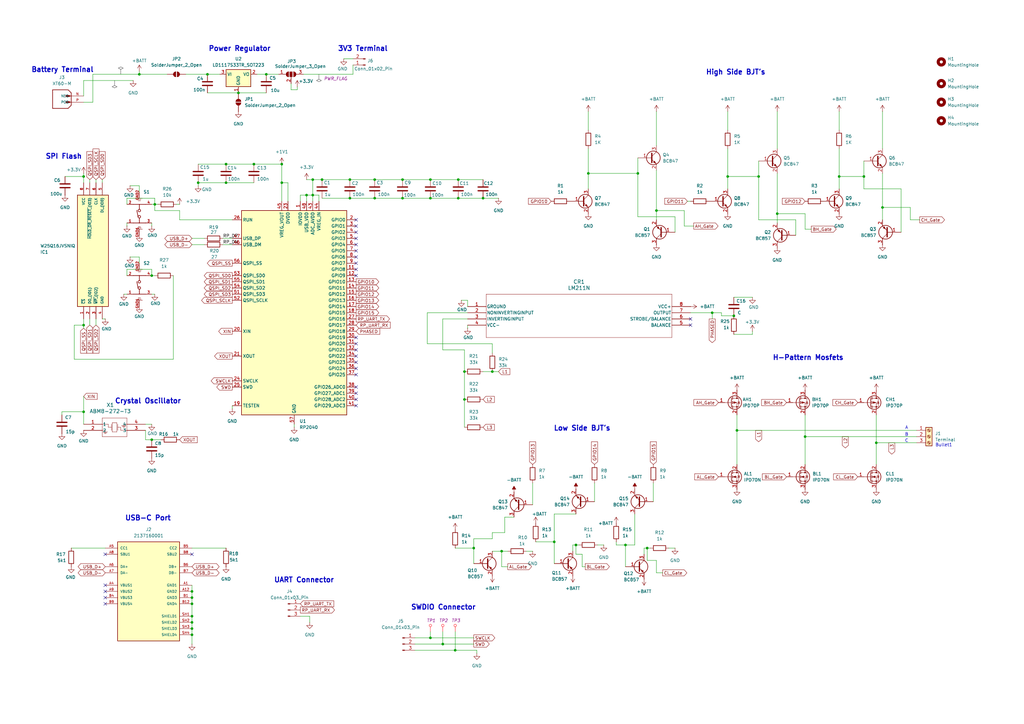
<source format=kicad_sch>
(kicad_sch (version 20231120) (generator "eeschema") (generator_version "8.0")
  (paper "A3")
  (title_block (title "SPROJ3EE Group 2 - ESC PCB") (date "2024-11-27") (rev "1.0") (company "SDU") (comment 1 "Author: Zayin"))
  (junction (at 115.57 67.31))
  (junction (at 269.24 86.36))
  (junction (at 132.08 73.66))
  (junction (at 205.74 226.06))
  (junction (at 62.23 180.34))
  (junction (at 181.61 264.16))
  (junction (at 236.22 223.52))
  (junction (at 165.1 81.28))
  (junction (at 354.33 72.39))
  (junction (at 78.74 255.27))
  (junction (at 165.1 73.66))
  (junction (at 57.15 30.48))
  (junction (at 292.1 128.27))
  (junction (at 194.31 224.79))
  (junction (at 81.28 74.93))
  (junction (at 153.67 73.66))
  (junction (at 109.22 30.48))
  (junction (at 92.71 74.93))
  (junction (at 344.17 72.39))
  (junction (at 115.57 74.93))
  (junction (at 62.23 113.03))
  (junction (at 227.33 222.25))
  (junction (at 34.29 168.91))
  (junction (at 187.96 73.66))
  (junction (at 78.74 260.35))
  (junction (at 143.51 73.66))
  (junction (at 265.43 224.79))
  (junction (at 298.45 72.39))
  (junction (at 261.62 71.12))
  (junction (at 311.15 72.39))
  (junction (at 241.3 71.12))
  (junction (at 190.5 163.83))
  (junction (at 176.53 73.66))
  (junction (at 97.79 38.1))
  (junction (at 92.71 67.31))
  (junction (at 256.54 223.52))
  (junction (at 63.5 83.82))
  (junction (at 359.41 181.61))
  (junction (at 128.27 73.66))
  (junction (at 330.2 179.07))
  (junction (at 104.14 67.31))
  (junction (at 78.74 257.81))
  (junction (at 187.96 81.28))
  (junction (at 153.67 81.28))
  (junction (at 34.29 72.39))
  (junction (at 300.99 129.54))
  (junction (at 176.53 261.62))
  (junction (at 186.69 266.7))
  (junction (at 78.74 245.11))
  (junction (at 143.51 81.28))
  (junction (at 78.74 247.65))
  (junction (at 302.26 176.53))
  (junction (at 85.09 30.48))
  (junction (at 78.74 252.73))
  (junction (at 176.53 81.28))
  (junction (at 190.5 152.4))
  (junction (at 78.74 242.57))
  (junction (at 128.27 80.01))
  (junction (at 34.29 133.35))
  (junction (at 201.93 152.4))
  (junction (at 198.12 81.28))
  (junction (at 125.73 80.01))
  (junction (at 361.95 85.09))
  (junction (at 318.77 87.63))
  (no_connect (at 146.05 95.25))
  (no_connect (at 43.18 247.65))
  (no_connect (at 43.18 240.03))
  (no_connect (at 43.18 227.33))
  (no_connect (at 283.21 130.81))
  (no_connect (at 146.05 140.97))
  (no_connect (at 146.05 166.37))
  (no_connect (at 146.05 151.13))
  (no_connect (at 146.05 146.05))
  (no_connect (at 146.05 100.33))
  (no_connect (at 43.18 245.11))
  (no_connect (at 146.05 153.67))
  (no_connect (at 78.74 227.33))
  (no_connect (at 146.05 105.41))
  (no_connect (at 146.05 158.75))
  (no_connect (at 43.18 242.57))
  (no_connect (at 146.05 102.87))
  (no_connect (at 146.05 113.03))
  (no_connect (at 146.05 110.49))
  (no_connect (at 146.05 90.17))
  (no_connect (at 146.05 148.59))
  (no_connect (at 146.05 163.83))
  (no_connect (at 146.05 143.51))
  (no_connect (at 146.05 161.29))
  (no_connect (at 146.05 92.71))
  (no_connect (at 146.05 107.95))
  (no_connect (at 146.05 97.79))
  (no_connect (at 146.05 138.43))
  (no_connect (at 283.21 133.35))
  (wire (pts (xy 308.61 135.89) (xy 308.61 137.16)))
  (wire (pts (xy 78.74 260.35) (xy 78.74 264.16)))
  (wire (pts (xy 118.11 74.93) (xy 118.11 82.55)))
  (wire (pts (xy 115.57 67.31) (xy 115.57 74.93)))
  (wire (pts (xy 361.95 85.09) (xy 373.38 85.09)))
  (wire (pts (xy 53.34 105.41) (xy 57.15 105.41)))
  (wire (pts (xy 143.51 81.28) (xy 153.67 81.28)))
  (wire (pts (xy 207.01 212.09) (xy 210.82 212.09)))
  (wire (pts (xy 234.95 223.52) (xy 234.95 226.06)))
  (wire (pts (xy 241.3 60.96) (xy 241.3 71.12)))
  (wire (pts (xy 170.18 266.7) (xy 186.69 266.7)))
  (wire (pts (xy 91.44 97.79) (xy 95.25 97.79)))
  (wire (pts (xy 283.21 128.27) (xy 292.1 128.27)))
  (wire (pts (xy 318.77 87.63) (xy 318.77 91.44)))
  (wire (pts (xy 369.57 77.47) (xy 354.33 77.47)))
  (wire (pts (xy 264.16 224.79) (xy 265.43 224.79)))
  (wire (pts (xy 186.69 259.08) (xy 186.69 266.7)))
  (wire (pts (xy 241.3 71.12) (xy 241.3 77.47)))
  (wire (pts (xy 201.93 218.44) (xy 201.93 220.98)))
  (wire (pts (xy 267.97 198.12) (xy 267.97 205.74)))
  (wire (pts (xy 123.19 252.73) (xy 127 252.73)))
  (wire (pts (xy 78.74 255.27) (xy 78.74 257.81)))
  (wire (pts (xy 298.45 72.39) (xy 311.15 72.39)))
  (wire (pts (xy 62.23 173.99) (xy 59.69 173.99)))
  (wire (pts (xy 205.74 226.06) (xy 205.74 232.41)))
  (wire (pts (xy 165.1 73.66) (xy 176.53 73.66)))
  (wire (pts (xy 236.22 227.33) (xy 238.76 227.33)))
  (wire (pts (xy 375.92 181.61) (xy 359.41 181.61)))
  (wire (pts (xy 201.93 218.44) (xy 207.01 218.44)))
  (wire (pts (xy 292.1 130.81) (xy 292.1 128.27)))
  (wire (pts (xy 62.23 110.49) (xy 62.23 113.03)))
  (wire (pts (xy 121.92 36.83) (xy 119.38 36.83)))
  (wire (pts (xy 198.12 73.66) (xy 187.96 73.66)))
  (wire (pts (xy 276.86 95.25) (xy 276.86 88.9)))
  (wire (pts (xy 302.26 176.53) (xy 302.26 190.5)))
  (wire (pts (xy 191.77 134.62) (xy 191.77 133.35)))
  (wire (pts (xy 34.29 71.12) (xy 34.29 72.39)))
  (wire (pts (xy 292.1 128.27) (xy 295.91 128.27)))
  (wire (pts (xy 78.74 242.57) (xy 78.74 245.11)))
  (wire (pts (xy 245.11 223.52) (xy 247.65 223.52)))
  (wire (pts (xy 175.26 140.97) (xy 201.93 140.97)))
  (wire (pts (xy 36.83 133.35) (xy 36.83 130.81)))
  (wire (pts (xy 330.2 93.98) (xy 332.74 93.98)))
  (wire (pts (xy 78.74 245.11) (xy 78.74 247.65)))
  (wire (pts (xy 128.27 80.01) (xy 130.81 80.01)))
  (wire (pts (xy 181.61 130.81) (xy 181.61 143.51)))
  (wire (pts (xy 123.19 80.01) (xy 125.73 80.01)))
  (wire (pts (xy 195.58 266.7) (xy 195.58 267.97)))
  (wire (pts (xy 73.66 90.17) (xy 73.66 86.36)))
  (wire (pts (xy 170.18 264.16) (xy 181.61 264.16)))
  (wire (pts (xy 57.15 30.48) (xy 68.58 30.48)))
  (wire (pts (xy 144.78 26.67) (xy 144.78 30.48)))
  (wire (pts (xy 276.86 88.9) (xy 261.62 88.9)))
  (wire (pts (xy 73.66 86.36) (xy 63.5 86.36)))
  (wire (pts (xy 238.76 227.33) (xy 238.76 232.41)))
  (wire (pts (xy 73.66 83.82) (xy 72.39 83.82)))
  (wire (pts (xy 57.15 76.2) (xy 57.15 78.74)))
  (wire (pts (xy 92.71 67.31) (xy 104.14 67.31)))
  (wire (pts (xy 81.28 74.93) (xy 92.71 74.93)))
  (wire (pts (xy 361.95 85.09) (xy 361.95 90.17)))
  (wire (pts (xy 269.24 234.95) (xy 271.78 234.95)))
  (wire (pts (xy 29.21 224.79) (xy 43.18 224.79)))
  (wire (pts (xy 269.24 229.87) (xy 269.24 234.95)))
  (wire (pts (xy 57.15 105.41) (xy 57.15 107.95)))
  (wire (pts (xy 261.62 64.77) (xy 261.62 71.12)))
  (wire (pts (xy 78.74 247.65) (xy 78.74 252.73)))
  (wire (pts (xy 189.23 123.19) (xy 191.77 123.19)))
  (wire (pts (xy 298.45 45.72) (xy 298.45 53.34)))
  (wire (pts (xy 62.23 92.71) (xy 62.23 91.44)))
  (wire (pts (xy 207.01 218.44) (xy 207.01 212.09)))
  (wire (pts (xy 36.83 73.66) (xy 36.83 74.93)))
  (wire (pts (xy 361.95 71.12) (xy 361.95 85.09)))
  (wire (pts (xy 264.16 224.79) (xy 264.16 227.33)))
  (wire (pts (xy 132.08 81.28) (xy 143.51 81.28)))
  (wire (pts (xy 204.47 152.4) (xy 201.93 152.4)))
  (wire (pts (xy 144.78 24.13) (xy 140.97 24.13)))
  (wire (pts (xy 34.29 41.91) (xy 38.1 41.91)))
  (wire (pts (xy 302.26 170.18) (xy 302.26 176.53)))
  (wire (pts (xy 337.82 82.55) (xy 336.55 82.55)))
  (wire (pts (xy 124.46 30.48) (xy 144.78 30.48)))
  (wire (pts (xy 330.2 170.18) (xy 330.2 179.07)))
  (wire (pts (xy 52.07 110.49) (xy 62.23 110.49)))
  (wire (pts (xy 78.74 224.79) (xy 92.71 224.79)))
  (wire (pts (xy 52.07 81.28) (xy 63.5 81.28)))
  (wire (pts (xy 298.45 72.39) (xy 298.45 77.47)))
  (wire (pts (xy 269.24 69.85) (xy 269.24 86.36)))
  (wire (pts (xy 186.69 224.79) (xy 194.31 224.79)))
  (wire (pts (xy 59.69 180.34) (xy 59.69 176.53)))
  (wire (pts (xy 52.07 83.82) (xy 52.07 81.28)))
  (wire (pts (xy 92.71 74.93) (xy 104.14 74.93)))
  (wire (pts (xy 34.29 72.39) (xy 34.29 74.93)))
  (wire (pts (xy 191.77 123.19) (xy 191.77 125.73)))
  (wire (pts (xy 269.24 86.36) (xy 280.67 86.36)))
  (wire (pts (xy 85.09 30.48) (xy 90.17 30.48)))
  (wire (pts (xy 34.29 33.02) (xy 54.61 33.02)))
  (wire (pts (xy 191.77 130.81) (xy 181.61 130.81)))
  (wire (pts (xy 26.67 72.39) (xy 34.29 72.39)))
  (wire (pts (xy 344.17 45.72) (xy 344.17 53.34)))
  (wire (pts (xy 219.71 222.25) (xy 227.33 222.25)))
  (wire (pts (xy 176.53 259.08) (xy 176.53 261.62)))
  (wire (pts (xy 114.3 30.48) (xy 109.22 30.48)))
  (wire (pts (xy 261.62 71.12) (xy 241.3 71.12)))
  (wire (pts (xy 85.09 38.1) (xy 97.79 38.1)))
  (wire (pts (xy 274.32 224.79) (xy 276.86 224.79)))
  (wire (pts (xy 127 252.73) (xy 127 255.27)))
  (wire (pts (xy 369.57 95.25) (xy 369.57 77.47)))
  (wire (pts (xy 281.94 82.55) (xy 283.21 82.55)))
  (wire (pts (xy 25.4 170.18) (xy 25.4 168.91)))
  (wire (pts (xy 243.84 198.12) (xy 243.84 205.74)))
  (wire (pts (xy 190.5 143.51) (xy 190.5 152.4)))
  (wire (pts (xy 43.18 130.81) (xy 41.91 130.81)))
  (wire (pts (xy 205.74 226.06) (xy 208.28 226.06)))
  (wire (pts (xy 318.77 87.63) (xy 330.2 87.63)))
  (wire (pts (xy 125.73 80.01) (xy 128.27 80.01)))
  (wire (pts (xy 187.96 81.28) (xy 198.12 81.28)))
  (wire (pts (xy 71.12 147.32) (xy 30.48 147.32)))
  (wire (pts (xy 62.23 113.03) (xy 63.5 113.03)))
  (wire (pts (xy 241.3 45.72) (xy 241.3 53.34)))
  (wire (pts (xy 38.1 30.48) (xy 57.15 30.48)))
  (wire (pts (xy 52.07 92.71) (xy 52.07 91.44)))
  (wire (pts (xy 354.33 77.47) (xy 354.33 72.39)))
  (wire (pts (xy 302.26 176.53) (xy 375.92 176.53)))
  (wire (pts (xy 25.4 168.91) (xy 34.29 168.91)))
  (wire (pts (xy 280.67 92.71) (xy 280.67 86.36)))
  (wire (pts (xy 34.29 133.35) (xy 34.29 134.62)))
  (wire (pts (xy 81.28 76.2) (xy 81.28 74.93)))
  (wire (pts (xy 298.45 60.96) (xy 298.45 72.39)))
  (wire (pts (xy 205.74 232.41) (xy 208.28 232.41)))
  (wire (pts (xy 39.37 133.35) (xy 39.37 130.81)))
  (wire (pts (xy 344.17 72.39) (xy 354.33 72.39)))
  (wire (pts (xy 260.35 210.82) (xy 260.35 223.52)))
  (wire (pts (xy 123.19 82.55) (xy 123.19 80.01)))
  (wire (pts (xy 53.34 76.2) (xy 57.15 76.2)))
  (wire (pts (xy 227.33 222.25) (xy 227.33 231.14)))
  (wire (pts (xy 194.31 220.98) (xy 194.31 224.79)))
  (wire (pts (xy 218.44 198.12) (xy 218.44 207.01)))
  (wire (pts (xy 50.8 120.65) (xy 52.07 120.65)))
  (wire (pts (xy 260.35 223.52) (xy 256.54 223.52)))
  (wire (pts (xy 91.44 100.33) (xy 95.25 100.33)))
  (wire (pts (xy 63.5 86.36) (xy 63.5 83.82)))
  (wire (pts (xy 176.53 73.66) (xy 187.96 73.66)))
  (wire (pts (xy 181.61 143.51) (xy 190.5 143.51)))
  (wire (pts (xy 359.41 181.61) (xy 359.41 190.5)))
  (wire (pts (xy 95.25 167.64) (xy 95.25 166.37)))
  (wire (pts (xy 78.74 240.03) (xy 78.74 242.57)))
  (wire (pts (xy 176.53 81.28) (xy 187.96 81.28)))
  (wire (pts (xy 30.48 147.32) (xy 30.48 133.35)))
  (wire (pts (xy 115.57 74.93) (xy 115.57 82.55)))
  (wire (pts (xy 238.76 232.41) (xy 240.03 232.41)))
  (wire (pts (xy 265.43 224.79) (xy 266.7 224.79)))
  (wire (pts (xy 295.91 128.27) (xy 295.91 129.54)))
  (wire (pts (xy 78.74 100.33) (xy 83.82 100.33)))
  (wire (pts (xy 165.1 81.28) (xy 176.53 81.28)))
  (wire (pts (xy 121.92 35.56) (xy 121.92 36.83)))
  (wire (pts (xy 181.61 259.08) (xy 181.61 264.16)))
  (wire (pts (xy 52.07 113.03) (xy 52.07 110.49)))
  (wire (pts (xy 318.77 45.72) (xy 318.77 60.96)))
  (wire (pts (xy 227.33 210.82) (xy 227.33 222.25)))
  (wire (pts (xy 105.41 30.48) (xy 109.22 30.48)))
  (wire (pts (xy 359.41 170.18) (xy 359.41 181.61)))
  (wire (pts (xy 62.23 83.82) (xy 63.5 83.82)))
  (wire (pts (xy 256.54 223.52) (xy 256.54 232.41)))
  (wire (pts (xy 30.48 133.35) (xy 34.29 133.35)))
  (wire (pts (xy 269.24 86.36) (xy 269.24 90.17)))
  (wire (pts (xy 63.5 81.28) (xy 63.5 83.82)))
  (wire (pts (xy 326.39 90.17) (xy 311.15 90.17)))
  (wire (pts (xy 71.12 113.03) (xy 71.12 147.32)))
  (wire (pts (xy 128.27 73.66) (xy 132.08 73.66)))
  (wire (pts (xy 330.2 87.63) (xy 330.2 93.98)))
  (wire (pts (xy 198.12 81.28) (xy 204.47 81.28)))
  (wire (pts (xy 330.2 179.07) (xy 375.92 179.07)))
  (wire (pts (xy 361.95 45.72) (xy 361.95 60.96)))
  (wire (pts (xy 191.77 128.27) (xy 175.26 128.27)))
  (wire (pts (xy 373.38 85.09) (xy 373.38 90.17)))
  (wire (pts (xy 190.5 163.83) (xy 190.5 175.26)))
  (wire (pts (xy 76.2 30.48) (xy 85.09 30.48)))
  (wire (pts (xy 236.22 210.82) (xy 227.33 210.82)))
  (wire (pts (xy 215.9 226.06) (xy 218.44 226.06)))
  (wire (pts (xy 186.69 266.7) (xy 195.58 266.7)))
  (wire (pts (xy 236.22 223.52) (xy 237.49 223.52)))
  (wire (pts (xy 201.93 140.97) (xy 201.93 144.78)))
  (wire (pts (xy 318.77 71.12) (xy 318.77 87.63)))
  (wire (pts (xy 153.67 73.66) (xy 165.1 73.66)))
  (wire (pts (xy 190.5 152.4) (xy 190.5 163.83)))
  (wire (pts (xy 120.65 175.26) (xy 120.65 173.99)))
  (wire (pts (xy 284.48 92.71) (xy 280.67 92.71)))
  (wire (pts (xy 234.95 223.52) (xy 236.22 223.52)))
  (wire (pts (xy 194.31 224.79) (xy 194.31 231.14)))
  (wire (pts (xy 265.43 229.87) (xy 269.24 229.87)))
  (wire (pts (xy 252.73 223.52) (xy 252.73 222.25)))
  (wire (pts (xy 62.23 180.34) (xy 66.04 180.34)))
  (wire (pts (xy 38.1 41.91) (xy 38.1 30.48)))
  (wire (pts (xy 34.29 162.56) (xy 34.29 168.91)))
  (wire (pts (xy 256.54 223.52) (xy 252.73 223.52)))
  (wire (pts (xy 354.33 66.04) (xy 354.33 72.39)))
  (wire (pts (xy 153.67 81.28) (xy 165.1 81.28)))
  (wire (pts (xy 97.79 38.1) (xy 109.22 38.1)))
  (wire (pts (xy 170.18 261.62) (xy 176.53 261.62)))
  (wire (pts (xy 41.91 73.66) (xy 41.91 74.93)))
  (wire (pts (xy 34.29 39.37) (xy 34.29 33.02)))
  (wire (pts (xy 308.61 121.92) (xy 300.99 121.92)))
  (wire (pts (xy 130.81 80.01) (xy 130.81 82.55)))
  (wire (pts (xy 236.22 223.52) (xy 236.22 227.33)))
  (wire (pts (xy 119.38 36.83) (xy 119.38 34.29)))
  (wire (pts (xy 57.15 30.48) (xy 57.15 29.21)))
  (wire (pts (xy 181.61 264.16) (xy 194.31 264.16)))
  (wire (pts (xy 63.5 120.65) (xy 62.23 120.65)))
  (wire (pts (xy 39.37 73.66) (xy 39.37 74.93)))
  (wire (pts (xy 201.93 152.4) (xy 198.12 152.4)))
  (wire (pts (xy 311.15 66.04) (xy 311.15 72.39)))
  (wire (pts (xy 34.29 130.81) (xy 34.29 133.35)))
  (wire (pts (xy 326.39 96.52) (xy 326.39 90.17)))
  (wire (pts (xy 308.61 137.16) (xy 300.99 137.16)))
  (wire (pts (xy 143.51 73.66) (xy 153.67 73.66)))
  (wire (pts (xy 295.91 129.54) (xy 300.99 129.54)))
  (wire (pts (xy 128.27 73.66) (xy 128.27 80.01)))
  (wire (pts (xy 176.53 261.62) (xy 194.31 261.62)))
  (wire (pts (xy 104.14 67.31) (xy 115.57 67.31)))
  (wire (pts (xy 125.73 73.66) (xy 128.27 73.66)))
  (wire (pts (xy 125.73 80.01) (xy 125.73 82.55)))
  (wire (pts (xy 201.93 226.06) (xy 205.74 226.06)))
  (wire (pts (xy 81.28 67.31) (xy 92.71 67.31)))
  (wire (pts (xy 330.2 179.07) (xy 330.2 190.5)))
  (wire (pts (xy 95.25 90.17) (xy 73.66 90.17)))
  (wire (pts (xy 311.15 72.39) (xy 311.15 90.17)))
  (wire (pts (xy 59.69 180.34) (xy 62.23 180.34)))
  (wire (pts (xy 373.38 90.17) (xy 377.19 90.17)))
  (wire (pts (xy 63.5 83.82) (xy 64.77 83.82)))
  (wire (pts (xy 175.26 128.27) (xy 175.26 140.97)))
  (wire (pts (xy 132.08 73.66) (xy 143.51 73.66)))
  (wire (pts (xy 265.43 224.79) (xy 265.43 229.87)))
  (wire (pts (xy 269.24 45.72) (xy 269.24 59.69)))
  (wire (pts (xy 201.93 220.98) (xy 194.31 220.98)))
  (wire (pts (xy 128.27 80.01) (xy 128.27 82.55)))
  (wire (pts (xy 34.29 168.91) (xy 34.29 173.99)))
  (wire (pts (xy 78.74 257.81) (xy 78.74 260.35)))
  (wire (pts (xy 118.11 74.93) (xy 115.57 74.93)))
  (wire (pts (xy 78.74 252.73) (xy 78.74 255.27)))
  (wire (pts (xy 344.17 72.39) (xy 344.17 77.47)))
  (wire (pts (xy 344.17 60.96) (xy 344.17 72.39)))
  (wire (pts (xy 261.62 71.12) (xy 261.62 88.9)))
  (wire (pts (xy 78.74 97.79) (xy 83.82 97.79)))
  (text "High Side BJT's" (at 301.752 29.718 0) (effects (font (size 2.032 2.032) (thickness 0.4064) (bold yes))))
  (text "SWDIO Connector\n" (at 181.864 249.174 0) (effects (font (size 2.032 2.032) (thickness 0.4064) (bold yes))))
  (text "A\n" (at 371.856 175.514 0) (effects (font (size 1.27 1.27))))
  (text "Low Side BJT's" (at 238.76 175.768 0) (effects (font (size 2.032 2.032) (thickness 0.4064) (bold yes))))
  (text "Power Regulator\n" (at 98.298 20.066 0) (effects (font (size 2.032 2.032) (thickness 0.4064) (bold yes))))
  (text "UART Connector\n" (at 124.714 237.998 0) (effects (font (size 2.032 2.032) (thickness 0.4064) (bold yes))))
  (text "USB-C Port\n" (at 60.706 212.598 0) (effects (font (size 2.032 2.032) (thickness 0.4064) (bold yes))))
  (text "H-Pattern Mosfets\n" (at 331.47 146.812 0) (effects (font (size 2.032 2.032) (thickness 0.4064) (bold yes))))
  (text "Crystal Oscillator" (at 60.706 164.592 0) (effects (font (size 2.032 2.032) (thickness 0.4064) (bold yes))))
  (text "Bullet1" (at 387.096 182.626 0) (effects (font (size 1.27 1.27))))
  (text "SPI Flash\n" (at 26.162 64.262 0) (effects (font (size 2.032 2.032) (thickness 0.4064) (bold yes))))
  (text "B" (at 371.856 178.308 0) (effects (font (size 1.27 1.27))))
  (text "C\n" (at 371.856 180.848 0) (effects (font (size 1.27 1.27))))
  (text "Battery Terminal\n" (at 25.654 28.702 0) (effects (font (size 2.032 2.032) (thickness 0.4064) (bold yes))))
  (text "3V3 Terminal\n" (at 148.844 20.066 0) (effects (font (size 2.032 2.032) (thickness 0.4064) (bold yes))))
  (label "RP_DN" (at 91.44 100.33 0))
  (label "RP_DP" (at 91.44 97.79 0))
  (global_label "XOUT" (shape output) (at 95.25 146.05 180) (property "Intersheetrefs" "${INTERSHEET_REFS}" (effects (hide yes))))
  (global_label "USB_D-" (shape bidirectional) (at 78.74 100.33 180) (property "Intersheetrefs" "${INTERSHEET_REFS}" (effects (hide yes))))
  (global_label "BH_Gate" (shape output) (at 332.74 93.98 0) (property "Intersheetrefs" "${INTERSHEET_REFS}" (effects (hide yes))))
  (global_label "GPIO12" (shape output) (at 146.05 120.65 0) (property "Intersheetrefs" "${INTERSHEET_REFS}" (effects (hide yes))))
  (global_label "GPIO15" (shape output) (at 146.05 128.27 0) (property "Intersheetrefs" "${INTERSHEET_REFS}" (effects (hide yes))))
  (global_label "SWD" (shape output) (at 194.31 264.16 0) (property "Intersheetrefs" "${INTERSHEET_REFS}" (effects (hide yes))))
  (global_label "GPIO10" (shape input) (at 226.06 82.55 180) (property "Intersheetrefs" "${INTERSHEET_REFS}" (effects (hide yes))))
  (global_label "L1" (shape output) (at 311.15 176.53 270) (property "Intersheetrefs" "${INTERSHEET_REFS}" (effects (hide yes))))
  (global_label "RP_UART_TX" (shape output) (at 146.05 130.81 0) (property "Intersheetrefs" "${INTERSHEET_REFS}" (effects (hide yes))))
  (global_label "GPIO14" (shape input) (at 243.84 190.5 90) (property "Intersheetrefs" "${INTERSHEET_REFS}" (effects (hide yes))))
  (global_label "SWD" (shape output) (at 95.25 158.75 180) (property "Intersheetrefs" "${INTERSHEET_REFS}" (effects (hide yes))))
  (global_label "SWCLK" (shape output) (at 95.25 156.21 180) (property "Intersheetrefs" "${INTERSHEET_REFS}" (effects (hide yes))))
  (global_label "GPIO14" (shape output) (at 146.05 125.73 0) (property "Intersheetrefs" "${INTERSHEET_REFS}" (effects (hide yes))))
  (global_label "QSPI_SD0" (shape output) (at 95.25 113.03 180) (property "Intersheetrefs" "${INTERSHEET_REFS}" (effects (hide yes))))
  (global_label "CH_Gate" (shape output) (at 377.19 90.17 0) (property "Intersheetrefs" "${INTERSHEET_REFS}" (effects (hide yes))))
  (global_label "BL_Gate" (shape output) (at 240.03 232.41 0) (property "Intersheetrefs" "${INTERSHEET_REFS}" (effects (hide yes))))
  (global_label "SWCLK" (shape output) (at 194.31 261.62 0) (property "Intersheetrefs" "${INTERSHEET_REFS}" (effects (hide yes))))
  (global_label "CL_Gate" (shape input) (at 351.79 195.58 180) (property "Intersheetrefs" "${INTERSHEET_REFS}" (effects (hide yes))))
  (global_label "CH_Gate" (shape input) (at 351.79 165.1 180) (property "Intersheetrefs" "${INTERSHEET_REFS}" (effects (hide yes))))
  (global_label "QSPI_SD2" (shape output) (at 95.25 118.11 180) (property "Intersheetrefs" "${INTERSHEET_REFS}" (effects (hide yes))))
  (global_label "XOUT" (shape input) (at 73.66 180.34 0) (property "Intersheetrefs" "${INTERSHEET_REFS}" (effects (hide yes))))
  (global_label "L2" (shape output) (at 346.71 179.07 270) (property "Intersheetrefs" "${INTERSHEET_REFS}" (effects (hide yes))))
  (global_label "RP_UART_RX" (shape input) (at 146.05 133.35 0) (property "Intersheetrefs" "${INTERSHEET_REFS}" (effects (hide yes))))
  (global_label "RP_UART_RX" (shape output) (at 123.19 250.19 0) (property "Intersheetrefs" "${INTERSHEET_REFS}" (effects (hide yes))))
  (global_label "QSPI_SD1" (shape output) (at 95.25 115.57 180) (property "Intersheetrefs" "${INTERSHEET_REFS}" (effects (hide yes))))
  (global_label "QSPI_SD3" (shape input) (at 36.83 73.66 90) (property "Intersheetrefs" "${INTERSHEET_REFS}" (effects (hide yes))))
  (global_label "L3" (shape output) (at 365.76 181.61 270) (property "Intersheetrefs" "${INTERSHEET_REFS}" (effects (hide yes))))
  (global_label "USB_D+" (shape bidirectional) (at 43.18 232.41 180) (property "Intersheetrefs" "${INTERSHEET_REFS}" (effects (hide yes))))
  (global_label "GPIO11" (shape input) (at 281.94 82.55 180) (property "Intersheetrefs" "${INTERSHEET_REFS}" (effects (hide yes))))
  (global_label "AL_Gate" (shape output) (at 208.28 232.41 0) (property "Intersheetrefs" "${INTERSHEET_REFS}" (effects (hide yes))))
  (global_label "PHASED" (shape input) (at 146.05 135.89 0) (property "Intersheetrefs" "${INTERSHEET_REFS}" (effects (hide yes))))
  (global_label "XIN" (shape output) (at 95.25 135.89 180) (property "Intersheetrefs" "${INTERSHEET_REFS}" (effects (hide yes))))
  (global_label "CL_Gate" (shape output) (at 271.78 234.95 0) (property "Intersheetrefs" "${INTERSHEET_REFS}" (effects (hide yes))))
  (global_label "GPIO11" (shape output) (at 146.05 118.11 0) (property "Intersheetrefs" "${INTERSHEET_REFS}" (effects (hide yes))))
  (global_label "USB_D+" (shape bidirectional) (at 78.74 232.41 0) (property "Intersheetrefs" "${INTERSHEET_REFS}" (effects (hide yes))))
  (global_label "USB_D+" (shape bidirectional) (at 78.74 97.79 180) (property "Intersheetrefs" "${INTERSHEET_REFS}" (effects (hide yes))))
  (global_label "QSPI_SCLK" (shape input) (at 39.37 73.66 90) (property "Intersheetrefs" "${INTERSHEET_REFS}" (effects (hide yes))))
  (global_label "RP_UART_TX" (shape input) (at 123.19 247.65 0) (property "Intersheetrefs" "${INTERSHEET_REFS}" (effects (hide yes))))
  (global_label "USB_D-" (shape bidirectional) (at 78.74 234.95 0) (property "Intersheetrefs" "${INTERSHEET_REFS}" (effects (hide yes))))
  (global_label "BL_Gate" (shape input) (at 322.58 195.58 180) (property "Intersheetrefs" "${INTERSHEET_REFS}" (effects (hide yes))))
  (global_label "GPIO13" (shape output) (at 146.05 123.19 0) (property "Intersheetrefs" "${INTERSHEET_REFS}" (effects (hide yes))))
  (global_label "QSPI_SD2" (shape input) (at 39.37 133.35 270) (property "Intersheetrefs" "${INTERSHEET_REFS}" (effects (hide yes))))
  (global_label "AH_Gate" (shape output) (at 284.48 92.71 0) (property "Intersheetrefs" "${INTERSHEET_REFS}" (effects (hide yes))))
  (global_label "USB_D-" (shape bidirectional) (at 43.18 234.95 180) (property "Intersheetrefs" "${INTERSHEET_REFS}" (effects (hide yes))))
  (global_label "QSPI_SD0" (shape input) (at 41.91 73.66 90) (property "Intersheetrefs" "${INTERSHEET_REFS}" (effects (hide yes))))
  (global_label "L3" (shape input) (at 198.12 175.26 0) (property "Intersheetrefs" "${INTERSHEET_REFS}" (effects (hide yes))))
  (global_label "GPIO10" (shape output) (at 146.05 115.57 0) (effects (font (thickness 0.1588))) (property "Intersheetrefs" "${INTERSHEET_REFS}" (effects (hide yes))))
  (global_label "QSPI_SD1" (shape input) (at 36.83 133.35 270) (property "Intersheetrefs" "${INTERSHEET_REFS}" (effects (hide yes))))
  (global_label "QSPI_SD3" (shape output) (at 95.25 120.65 180) (property "Intersheetrefs" "${INTERSHEET_REFS}" (effects (hide yes))))
  (global_label "L1" (shape input) (at 204.47 152.4 0) (property "Intersheetrefs" "${INTERSHEET_REFS}" (effects (hide yes))))
  (global_label "BH_Gate" (shape input) (at 322.58 165.1 180) (property "Intersheetrefs" "${INTERSHEET_REFS}" (effects (hide yes))))
  (global_label "GPIO12" (shape input) (at 330.2 82.55 180) (property "Intersheetrefs" "${INTERSHEET_REFS}" (effects (hide yes))))
  (global_label "GPIO13" (shape input) (at 218.44 190.5 90) (property "Intersheetrefs" "${INTERSHEET_REFS}" (effects (hide yes))))
  (global_label "AH_Gate" (shape input) (at 294.64 165.1 180) (property "Intersheetrefs" "${INTERSHEET_REFS}" (effects (hide yes))))
  (global_label "QSPI_SS" (shape output) (at 95.25 107.95 180) (property "Intersheetrefs" "${INTERSHEET_REFS}" (effects (hide yes))))
  (global_label "XIN" (shape input) (at 34.29 162.56 0) (property "Intersheetrefs" "${INTERSHEET_REFS}" (effects (hide yes))))
  (global_label "GPIO15" (shape input) (at 267.97 190.5 90) (property "Intersheetrefs" "${INTERSHEET_REFS}" (effects (hide yes))))
  (global_label "PHASED" (shape output) (at 292.1 130.81 270) (property "Intersheetrefs" "${INTERSHEET_REFS}" (effects (hide yes))))
  (global_label "L2" (shape input) (at 198.12 163.83 0) (property "Intersheetrefs" "${INTERSHEET_REFS}" (effects (hide yes))))
  (global_label "QSPI_SS" (shape input) (at 34.29 134.62 270) (property "Intersheetrefs" "${INTERSHEET_REFS}" (effects (hide yes))))
  (global_label "AL_Gate" (shape input) (at 294.64 195.58 180) (property "Intersheetrefs" "${INTERSHEET_REFS}" (effects (hide yes))))
  (global_label "QSPI_SCLK" (shape output) (at 95.25 123.19 180) (property "Intersheetrefs" "${INTERSHEET_REFS}" (effects (hide yes))))
  (netclass_flag "" (length 2.54) (shape round) (at 186.69 259.08 0) (property "Netclass" "TP3" (at 185.166 254.508 0) (effects (font (italic yes)) (justify left))))
  (netclass_flag "" (length 2.54) (shape round) (at 176.53 259.08 0) (property "Netclass" "TP1" (at 175.006 254.508 0) (effects (font (italic yes)) (justify left))))
  (netclass_flag "" (length 2.54) (shape diamond) (at 49.53 30.48 0) (property "Netclass" "PWR_FLAG" (effects (hide yes))))
  (netclass_flag "" (length 2.54) (shape diamond) (at 130.81 30.48 180) (property "Netclass" "PWR_FLAG" (at 142.494 32.258 0) (effects (font (italic yes)) (justify right))))
  (netclass_flag "" (length 2.54) (shape diamond) (at 46.99 33.02 180) (property "Netclass" "PWR_FLAG" (effects (hide yes))))
  (netclass_flag "" (length 2.54) (shape round) (at 181.61 259.08 0) (property "Netclass" "TP2" (at 180.086 254.508 0) (effects (font (italic yes)) (justify left))))
  (symbol (lib_id "power:GND") (at 78.74 264.16 0) (unit 1)
    (property "Reference" "#PWR047" (effects (hide yes)))
    (property "Value" "GND" (at 78.74 269.24 0))
    (property "Description" "Power symbol creates a global label with name \"GND\" , ground" (effects (hide yes)))
  )
  (symbol (lib_id "Device:C") (at 176.53 77.47 0) (unit 1)
    (property "Reference" "C10" (at 177.292 75.184 0) (effects (justify left)))
    (property "Value" "100n" (at 177.038 80.01 0) (effects (justify left)))
    (property "Footprint" "Capacitor_SMD:C_0805_2012Metric" (effects (hide yes)))
    (property "Description" "Unpolarized capacitor" (effects (hide yes)))
  )
  (symbol (lib_id "power:+BATT") (at 264.16 237.49 180) (unit 1)
    (property "Reference" "#PWR021" (effects (hide yes)))
    (property "Value" "+BATT" (at 264.16 242.57 0))
    (property "Description" "Power symbol creates a global label with name \"+BATT\"" (effects (hide yes)))
  )
  (symbol (lib_id "power:+3.3V") (at 121.92 35.56 0) (unit 1)
    (property "Reference" "#PWR042" (effects (hide yes)))
    (property "Value" "+3.3V" (at 125.476 33.274 0))
    (property "Description" "Power symbol creates a global label with name \"+3.3V\"" (effects (hide yes)))
  )
  (symbol (lib_id "Transistor_BJT:BC847") (at 359.41 66.04 0) (unit 1)
    (property "Reference" "Q6" (at 364.49 64.7699 0) (effects (justify left)))
    (property "Value" "BC847" (at 364.49 67.3099 0) (effects (justify left)))
    (property "Footprint" "Package_TO_SOT_SMD:SOT-23" (effects (hide yes)))
    (property "Datasheet" "http://www.infineon.com/dgdl/Infineon-BC847SERIES_BC848SERIES_BC849SERIES_BC850SERIES-DS-v01_01-en.pdf?fileId=db3a304314dca389011541d4630a1657" (effects (hide yes)))
    (property "Description" "0.1A Ic, 45V Vce, NPN Transistor, SOT-23" (effects (hide yes)))
  )
  (symbol (lib_id "Device:R") (at 287.02 82.55 90) (unit 1)
    (property "Reference" "R2" (at 287.02 76.2 90))
    (property "Value" "1k" (at 287.02 78.74 90))
    (property "Footprint" "Resistor_SMD:R_0805_2012Metric" (effects (hide yes)))
    (property "Description" "Resistor" (effects (hide yes)))
  )
  (symbol (lib_id "Transistor_BJT:BC847") (at 316.23 66.04 0) (unit 1)
    (property "Reference" "Q5" (at 321.31 64.7699 0) (effects (justify left)))
    (property "Value" "BC847" (at 321.31 67.3099 0) (effects (justify left)))
    (property "Footprint" "Package_TO_SOT_SMD:SOT-23" (effects (hide yes)))
    (property "Datasheet" "http://www.infineon.com/dgdl/Infineon-BC847SERIES_BC848SERIES_BC849SERIES_BC850SERIES-DS-v01_01-en.pdf?fileId=db3a304314dca389011541d4630a1657" (effects (hide yes)))
    (property "Description" "0.1A Ic, 45V Vce, NPN Transistor, SOT-23" (effects (hide yes)))
  )
  (symbol (lib_id "power:GND") (at 330.2 200.66 0) (unit 1)
    (property "Reference" "#PWR017" (effects (hide yes)))
    (property "Value" "GND" (at 330.2 205.74 0))
    (property "Description" "Power symbol creates a global label with name \"GND\" , ground" (effects (hide yes)))
  )
  (symbol (lib_id "Transistor_BJT:BC847") (at 341.63 82.55 0) (unit 1)
    (property "Reference" "Q9" (at 346.71 81.2799 0) (effects (justify left)))
    (property "Value" "BC847" (at 346.71 83.8199 0) (effects (justify left)))
    (property "Footprint" "Package_TO_SOT_SMD:SOT-23" (effects (hide yes)))
    (property "Datasheet" "http://www.infineon.com/dgdl/Infineon-BC847SERIES_BC848SERIES_BC849SERIES_BC850SERIES-DS-v01_01-en.pdf?fileId=db3a304314dca389011541d4630a1657" (effects (hide yes)))
    (property "Description" "0.1A Ic, 45V Vce, NPN Transistor, SOT-23" (effects (hide yes)))
  )
  (symbol (lib_id "power:+BATT") (at 344.17 45.72 0) (unit 1)
    (property "Reference" "#PWR07" (effects (hide yes)))
    (property "Value" "+BATT" (at 344.17 40.64 0))
    (property "Description" "Power symbol creates a global label with name \"+BATT\"" (effects (hide yes)))
  )
  (symbol (lib_id "Device:R") (at 298.45 57.15 0) (unit 1)
    (property "Reference" "R5" (at 300.99 55.8799 0) (effects (justify left)))
    (property "Value" "1K" (at 300.99 58.4199 0) (effects (justify left)))
    (property "Footprint" "Resistor_SMD:R_0805_2012Metric" (effects (hide yes)))
    (property "Description" "Resistor" (effects (hide yes)))
  )
  (symbol (lib_id "Device:R") (at 67.31 113.03 90) (unit 1)
    (property "Reference" "R27" (at 67.31 106.68 90))
    (property "Value" "1k" (at 67.31 109.22 90))
    (property "Footprint" "Resistor_SMD:R_0805_2012Metric" (effects (hide yes)))
    (property "Description" "Resistor" (effects (hide yes)))
  )
  (symbol (lib_id "power:+BATT") (at 234.95 236.22 180) (unit 1)
    (property "Reference" "#PWR020" (effects (hide yes)))
    (property "Value" "+BATT" (at 234.95 241.3 0))
    (property "Description" "Power symbol creates a global label with name \"+BATT\"" (effects (hide yes)))
  )
  (symbol (lib_id "Device:Q_PMOS_GSD") (at 299.72 165.1 0) (unit 1)
    (property "Reference" "AH1" (at 304.546 163.83 0) (effects (justify left)))
    (property "Value" "IPD70P" (at 304.546 166.37 0) (effects (justify left)))
    (property "Footprint" "SPROGEE3:IPD70P04P4L08ATMA2" (effects (hide yes)))
    (property "Description" "P-MOSFET transistor, gate/source/drain" (effects (hide yes)))
  )
  (symbol (lib_id "Mechanical:MountingHole") (at 386.08 34.29 0) (unit 1) (exclude_from_sim yes) (in_bom no)
    (property "Reference" "H2" (at 388.62 33.0199 0) (effects (justify left)))
    (property "Value" "MountingHole" (at 388.62 35.5599 0) (effects (justify left)))
    (property "Footprint" "MountingHole:MountingHole_3.2mm_M3" (effects (hide yes)))
    (property "Description" "Mounting Hole without connection" (effects (hide yes)))
  )
  (symbol (lib_id "Device:C") (at 198.12 77.47 0) (unit 1)
    (property "Reference" "C12" (at 198.374 75.184 0) (effects (justify left)))
    (property "Value" "100n" (at 199.136 79.756 0) (effects (justify left)))
    (property "Footprint" "Capacitor_SMD:C_0805_2012Metric" (effects (hide yes)))
    (property "Description" "Unpolarized capacitor" (effects (hide yes)))
  )
  (symbol (lib_id "power:GND") (at 204.47 81.28 0) (unit 1)
    (property "Reference" "#PWR02" (effects (hide yes)))
    (property "Value" "GND" (at 204.47 86.36 0))
    (property "Description" "Power symbol creates a global label with name \"GND\" , ground" (effects (hide yes)))
  )
  (symbol (lib_id "Device:R") (at 92.71 228.6 180) (unit 1)
    (property "Reference" "R18" (at 97.79 227.076 0) (effects (justify left)))
    (property "Value" "5k1" (at 97.79 229.616 0) (effects (justify left)))
    (property "Footprint" "Resistor_SMD:R_0805_2012Metric" (effects (hide yes)))
    (property "Description" "Resistor" (effects (hide yes)))
  )
  (symbol (lib_id "Device:C") (at 104.14 71.12 0) (unit 1)
    (property "Reference" "C13" (at 105.41 68.834 0) (effects (justify left)))
    (property "Value" "100n" (at 105.41 73.406 0) (effects (justify left)))
    (property "Footprint" "Capacitor_SMD:C_0805_2012Metric" (effects (hide yes)))
    (property "Description" "Unpolarized capacitor" (effects (hide yes)))
  )
  (symbol (lib_id "power:GND") (at 298.45 87.63 0) (unit 1)
    (property "Reference" "#PWR043" (effects (hide yes)))
    (property "Value" "GND" (at 298.45 92.71 0))
    (property "Description" "Power symbol creates a global label with name \"GND\" , ground" (effects (hide yes)))
  )
  (symbol (lib_id "power:+BATT") (at 318.77 45.72 0) (unit 1)
    (property "Reference" "#PWR08" (effects (hide yes)))
    (property "Value" "+BATT" (at 318.77 40.64 0))
    (property "Description" "Power symbol creates a global label with name \"+BATT\"" (effects (hide yes)))
  )
  (symbol (lib_id "power:GND") (at 97.79 45.72 0) (unit 1)
    (property "Reference" "#PWR041" (effects (hide yes)))
    (property "Value" "GND" (at 97.79 50.8 0))
    (property "Description" "Power symbol creates a global label with name \"GND\" , ground" (effects (hide yes)))
  )
  (symbol (lib_id "2024-11-18_13-43-50:ABM8-272-T3") (at 34.29 173.99 0) (unit 1)
    (property "Reference" "X1" (at 45.212 166.116 0) (effects (font (size 1.524 1.524))))
    (property "Value" "ABM8-272-T3" (at 45.212 168.656 0) (effects (font (size 1.524 1.524))))
    (property "Footprint" "SPROGEE3:ABM8-272-T3_ABR" (effects (hide yes)))
    (property "Datasheet" "ABM8-272-T3" (effects (hide yes)))
  )
  (symbol (lib_id "power:+BATT") (at 359.41 160.02 0) (unit 1)
    (property "Reference" "#PWR012" (effects (hide yes)))
    (property "Value" "+BATT" (at 359.41 154.94 0))
    (property "Description" "Power symbol creates a global label with name \"+BATT\"" (effects (hide yes)))
  )
  (symbol (lib_id "Device:C") (at 187.96 77.47 0) (unit 1)
    (property "Reference" "C11" (at 188.468 75.184 0) (effects (justify left)))
    (property "Value" "100n" (at 188.976 79.756 0) (effects (justify left)))
    (property "Footprint" "Capacitor_SMD:C_0805_2012Metric" (effects (hide yes)))
    (property "Description" "Unpolarized capacitor" (effects (hide yes)))
  )
  (symbol (lib_id "Device:R") (at 69.85 180.34 90) (unit 1)
    (property "Reference" "R16" (at 67.056 178.054 90))
    (property "Value" "1k" (at 72.136 178.054 90))
    (property "Footprint" "Resistor_SMD:R_0805_2012Metric" (effects (hide yes)))
    (property "Description" "Resistor" (effects (hide yes)))
  )
  (symbol (lib_id "Connector:Screw_Terminal_01x03") (at 381 179.07 0) (unit 1)
    (property "Reference" "J1" (at 383.54 177.7999 0) (effects (justify left)))
    (property "Value" "Terminal" (at 383.54 180.3399 0) (effects (justify left)))
    (property "Footprint" "TerminalBlock:TerminalBlock_Altech_AK300-3_P5.00mm" (effects (hide yes)))
    (property "Description" "Generic screw terminal, single row, 01x03, script generated (kicad-library-utils/schlib/autogen/connector/)" (effects (hide yes)))
  )
  (symbol (lib_id "power:GND") (at 26.67 80.01 0) (unit 1)
    (property "Reference" "#PWR031" (effects (hide yes)))
    (property "Value" "GND" (at 26.67 85.09 0))
    (property "Description" "Power symbol creates a global label with name \"GND\" , ground" (effects (hide yes)))
  )
  (symbol (lib_id "Jumper:SolderJumper_2_Open") (at 72.39 30.48 180) (unit 1) (exclude_from_sim yes) (in_bom no)
    (property "Reference" "JP2" (at 72.39 24.13 0))
    (property "Value" "SolderJumper_2_Open" (at 72.39 26.67 0))
    (property "Footprint" "Jumper:SolderJumper-2_P1.3mm_Open_RoundedPad1.0x1.5mm" (effects (hide yes)))
    (property "Description" "Solder Jumper, 2-pole, open" (effects (hide yes)))
  )
  (symbol (lib_id "Device:C") (at 85.09 34.29 0) (unit 1)
    (property "Reference" "C4" (at 80.772 32.258 0) (effects (justify left)))
    (property "Value" "100n" (at 79.248 36.83 0) (effects (justify left)))
    (property "Footprint" "Capacitor_SMD:C_0805_2012Metric" (effects (hide yes)))
    (property "Description" "Unpolarized capacitor" (effects (hide yes)))
  )
  (symbol (lib_id "Mechanical:MountingHole") (at 386.08 41.91 0) (unit 1) (exclude_from_sim yes) (in_bom no)
    (property "Reference" "H3" (at 388.62 40.6399 0) (effects (justify left)))
    (property "Value" "MountingHole" (at 388.62 43.1799 0) (effects (justify left)))
    (property "Footprint" "MountingHole:MountingHole_3.2mm_M3" (effects (hide yes)))
    (property "Description" "Mounting Hole without connection" (effects (hide yes)))
  )
  (symbol (lib_id "power:GND") (at 43.18 130.81 0) (unit 1)
    (property "Reference" "#PWR032" (effects (hide yes)))
    (property "Value" "GND" (at 43.688 134.874 0))
    (property "Description" "Power symbol creates a global label with name \"GND\" , ground" (effects (hide yes)))
  )
  (symbol (lib_id "power:GND") (at 247.65 223.52 0) (unit 1)
    (property "Reference" "#PWR026" (effects (hide yes)))
    (property "Value" "GND" (at 247.65 228.6 0))
    (property "Description" "Power symbol creates a global label with name \"GND\" , ground" (effects (hide yes)))
  )
  (symbol (lib_id "power:GND") (at 52.07 92.71 0) (unit 1)
    (property "Reference" "#PWR065" (effects (hide yes)))
    (property "Value" "GND" (at 54.102 96.774 0) (effects (justify right)))
    (property "Description" "Power symbol creates a global label with name \"GND\" , ground" (effects (hide yes)))
  )
  (symbol (lib_id "Device:R") (at 344.17 57.15 0) (unit 1)
    (property "Reference" "R6" (at 346.71 55.8799 0) (effects (justify left)))
    (property "Value" "1K" (at 346.71 58.4199 0) (effects (justify left)))
    (property "Footprint" "Resistor_SMD:R_0805_2012Metric" (effects (hide yes)))
    (property "Description" "Resistor" (effects (hide yes)))
  )
  (symbol (lib_id "LM211N Comparator:LM211N") (at 191.77 125.73 0) (unit 1)
    (property "Reference" "CR1" (at 237.49 115.57 0) (effects (font (size 1.524 1.524))))
    (property "Value" "LM211N" (at 237.49 118.11 0) (effects (font (size 1.524 1.524))))
    (property "Footprint" "SPROGEE3:DIP-8_STM" (effects (hide yes)))
    (property "Datasheet" "LM211N" (effects (hide yes)))
  )
  (symbol (lib_id "Device:R") (at 267.97 194.31 0) (unit 1)
    (property "Reference" "R9" (at 270.51 193.0399 0) (effects (justify left)))
    (property "Value" "1k" (at 270.51 195.5799 0) (effects (justify left)))
    (property "Footprint" "Resistor_SMD:R_0805_2012Metric" (effects (hide yes)))
    (property "Description" "Resistor" (effects (hide yes)))
  )
  (symbol (lib_id "power:GND") (at 54.61 33.02 0) (unit 1)
    (property "Reference" "#PWR01" (effects (hide yes)))
    (property "Value" "GND" (at 54.61 38.1 0))
    (property "Description" "Power symbol creates a global label with name \"GND\" , ground" (effects (hide yes)))
  )
  (symbol (lib_id "power:GND") (at 34.29 176.53 0) (unit 1)
    (property "Reference" "#PWR033" (effects (hide yes)))
    (property "Value" "GND" (at 34.29 180.848 0))
    (property "Description" "Power symbol creates a global label with name \"GND\" , ground" (effects (hide yes)))
  )
  (symbol (lib_id "Transistor_BJT:BC857") (at 271.78 95.25 180) (unit 1)
    (property "Reference" "Q1" (at 266.7 93.9799 0) (effects (justify left)))
    (property "Value" "BC857" (at 266.7 96.5199 0) (effects (justify left)))
    (property "Footprint" "Package_TO_SOT_SMD:SOT-23" (effects (hide yes)))
    (property "Datasheet" "https://www.onsemi.com/pub/Collateral/BC860-D.pdf" (effects (hide yes)))
    (property "Description" "0.1A Ic, 45V Vce, PNP Transistor, SOT-23" (effects (hide yes)))
  )
  (symbol (lib_id "power:+BATT") (at 186.69 217.17 0) (unit 1)
    (property "Reference" "#PWR028" (effects (hide yes)))
    (property "Value" "+BATT" (at 186.69 212.09 0))
    (property "Description" "Power symbol creates a global label with name \"+BATT\"" (effects (hide yes)))
  )
  (symbol (lib_id "Transistor_BJT:BC847") (at 213.36 207.01 180) (unit 1)
    (property "Reference" "Q13" (at 208.28 205.7399 0) (effects (justify left)))
    (property "Value" "BC847" (at 208.28 208.2799 0) (effects (justify left)))
    (property "Footprint" "Package_TO_SOT_SMD:SOT-23" (effects (hide yes)))
    (property "Datasheet" "http://www.infineon.com/dgdl/Infineon-BC847SERIES_BC848SERIES_BC849SERIES_BC850SERIES-DS-v01_01-en.pdf?fileId=db3a304314dca389011541d4630a1657" (effects (hide yes)))
    (property "Description" "0.1A Ic, 45V Vce, NPN Transistor, SOT-23" (effects (hide yes)))
  )
  (symbol (lib_id "Transistor_BJT:BC857") (at 199.39 231.14 0) (unit 1)
    (property "Reference" "Q10" (at 191.77 233.934 0) (effects (justify left)))
    (property "Value" "BC857" (at 191.77 236.474 0) (effects (justify left)))
    (property "Footprint" "Package_TO_SOT_SMD:SOT-23" (effects (hide yes)))
    (property "Datasheet" "https://www.onsemi.com/pub/Collateral/BC860-D.pdf" (effects (hide yes)))
    (property "Description" "0.1A Ic, 45V Vce, PNP Transistor, SOT-23" (effects (hide yes)))
  )
  (symbol (lib_id "power:+1V1") (at 115.57 67.31 0) (unit 1)
    (property "Reference" "#PWR053" (effects (hide yes)))
    (property "Value" "+1V1" (at 115.57 62.23 0))
    (property "Description" "Power symbol creates a global label with name \"+1V1\"" (effects (hide yes)))
  )
  (symbol (lib_id "Device:C") (at 25.4 173.99 0) (unit 1)
    (property "Reference" "C7" (at 26.67 171.196 0) (effects (justify left)))
    (property "Value" "15p" (at 26.924 177.038 0) (effects (justify left)))
    (property "Footprint" "Capacitor_SMD:C_0805_2012Metric" (effects (hide yes)))
    (property "Description" "Unpolarized capacitor" (effects (hide yes)))
  )
  (symbol (lib_id "Device:R") (at 186.69 220.98 0) (unit 1)
    (property "Reference" "R14" (at 189.23 219.7099 0) (effects (justify left)))
    (property "Value" "1k" (at 189.23 222.2499 0) (effects (justify left)))
    (property "Footprint" "Resistor_SMD:R_0805_2012Metric" (effects (hide yes)))
    (property "Description" "Resistor" (effects (hide yes)))
  )
  (symbol (lib_id "power:+BATT") (at 201.93 236.22 180) (unit 1)
    (property "Reference" "#PWR019" (effects (hide yes)))
    (property "Value" "+BATT" (at 201.93 241.3 0))
    (property "Description" "Power symbol creates a global label with name \"+BATT\"" (effects (hide yes)))
  )
  (symbol (lib_id "Device:R") (at 87.63 97.79 90) (unit 1)
    (property "Reference" "R19" (at 87.63 93.218 90))
    (property "Value" "27" (at 87.63 95.25 90))
    (property "Footprint" "Resistor_SMD:R_0805_2012Metric" (effects (hide yes)))
    (property "Description" "Resistor" (effects (hide yes)))
  )
  (symbol (lib_id "Device:R") (at 252.73 218.44 0) (unit 1)
    (property "Reference" "R15" (at 255.27 217.1699 0) (effects (justify left)))
    (property "Value" "1k" (at 255.27 219.7099 0) (effects (justify left)))
    (property "Footprint" "Resistor_SMD:R_0805_2012Metric" (effects (hide yes)))
    (property "Description" "Resistor" (effects (hide yes)))
  )
  (symbol (lib_id "power:GND") (at 62.23 187.96 0) (unit 1)
    (property "Reference" "#PWR036" (effects (hide yes)))
    (property "Value" "GND" (at 62.23 193.04 0))
    (property "Description" "Power symbol creates a global label with name \"GND\" , ground" (effects (hide yes)))
  )
  (symbol (lib_id "power:GND") (at 276.86 224.79 0) (unit 1)
    (property "Reference" "#PWR027" (effects (hide yes)))
    (property "Value" "GND" (at 276.86 229.87 0))
    (property "Description" "Power symbol creates a global label with name \"GND\" , ground" (effects (hide yes)))
  )
  (symbol (lib_id "power:+BATT") (at 302.26 160.02 0) (unit 1)
    (property "Reference" "#PWR010" (effects (hide yes)))
    (property "Value" "+BATT" (at 302.26 154.94 0))
    (property "Description" "Power symbol creates a global label with name \"+BATT\"" (effects (hide yes)))
  )
  (symbol (lib_id "power:+BATT") (at 298.45 45.72 0) (unit 1)
    (property "Reference" "#PWR06" (effects (hide yes)))
    (property "Value" "+BATT" (at 298.45 40.64 0))
    (property "Description" "Power symbol creates a global label with name \"+BATT\"" (effects (hide yes)))
  )
  (symbol (lib_id "Device:R") (at 241.3 57.15 0) (unit 1)
    (property "Reference" "R4" (at 243.84 55.8799 0) (effects (justify left)))
    (property "Value" "1K" (at 243.84 58.4199 0) (effects (justify left)))
    (property "Footprint" "Resistor_SMD:R_0805_2012Metric" (effects (hide yes)))
    (property "Description" "Resistor" (effects (hide yes)))
  )
  (symbol (lib_id "W25Q16JVSNIQ:W25Q16JVSNIQ") (at 34.29 130.81 90) (unit 1)
    (property "Reference" "IC1" (at 16.51 103.378 90) (effects (justify right)))
    (property "Value" "W25Q16JVSNIQ" (at 16.51 100.838 90) (effects (justify right)))
    (property "Footprint" "SPROGEE3:W25Q" (effects (hide yes)))
    (property "MANUFACTURER_NAME" "Winbond" (effects (hide yes)))
    (property "MF" "Winbond Electronics" (effects (hide yes)))
    (property "MOUSER_PRICE-STOCK" "https://www.mouser.co.uk/ProductDetail/Winbond/W25Q16JVSNIQ?qs=qSfuJ%252Bfl%2Fd5tzEnNt99V4A%3D%3D" (effects (hide yes)))
    (property "DESCRIPTION" "NOR Flash spiFlash, 3V, 16M-bit, 4Kb Uniform Sector" (effects (hide yes)))
    (property "MOUSER_PART_NUMBER" "454-W25Q16JVSNIQ" (effects (hide yes)))
    (property "Price" "None" (effects (hide yes)))
    (property "Package" "SOIC-8 Winbond" (effects (hide yes)))
    (property "Check_prices" "https://www.snapeda.com/parts/W25Q16JVSNIQ/Winbond+Electronics/view-part/?ref=eda" (effects (hide yes)))
    (property "HEIGHT" "1.75mm" (effects (hide yes)))
    (property "SnapEDA_Link" "https://www.snapeda.com/parts/W25Q16JVSNIQ/Winbond+Electronics/view-part/?ref=snap" (effects (hide yes)))
    (property "MP" "W25Q16JVSNIQ" (effects (hide yes)))
    (property "Description_1" "\n                        \n                            FLASH - NOR Memory IC 16Mb (2M x 8) SPI - Quad I/O 133 MHz 8-SOIC\n                        \n" (effects (hide yes)))
    (property "Availability" "In Stock" (effects (hide yes)))
    (property "MANUFACTURER_PART_NUMBER" "W25Q16JVSNIQ" (effects (hide yes)))
  )
  (symbol (lib_id "power:GND") (at 50.8 120.65 0) (unit 1)
    (property "Reference" "#PWR064" (effects (hide yes)))
    (property "Value" "GND" (at 52.832 124.714 0) (effects (justify right)))
    (property "Description" "Power symbol creates a global label with name \"GND\" , ground" (effects (hide yes)))
  )
  (symbol (lib_id "power:GND") (at 95.25 167.64 0) (unit 1)
    (property "Reference" "#PWR040" (effects (hide yes)))
    (property "Value" "GND" (at 95.25 172.72 0))
    (property "Description" "Power symbol creates a global label with name \"GND\" , ground" (effects (hide yes)))
  )
  (symbol (lib_id "power:+BATT") (at 57.15 29.21 0) (unit 1)
    (property "Reference" "#PWR048" (effects (hide yes)))
    (property "Value" "+BATT" (at 57.15 24.892 0))
    (property "Description" "Power symbol creates a global label with name \"+BATT\"" (effects (hide yes)))
  )
  (symbol (lib_id "power:+3.3V") (at 34.29 71.12 0) (unit 1)
    (property "Reference" "#PWR038" (effects (hide yes)))
    (property "Value" "+3.3V" (at 30.226 69.596 0))
    (property "Description" "Power symbol creates a global label with name \"+3.3V\"" (effects (hide yes)))
  )
  (symbol (lib_id "Jumper:SolderJumper_3_Open") (at 119.38 30.48 0) (unit 1) (exclude_from_sim yes) (in_bom no)
    (property "Reference" "JP3" (at 119.634 25.146 0))
    (property "Value" "SolderJumper_3_Open" (at 123.19 27.178 0))
    (property "Footprint" "Jumper:SolderJumper-3_P1.3mm_Open_Pad1.0x1.5mm_NumberLabels" (effects (hide yes)))
    (property "Description" "Solder Jumper, 3-pole, open" (effects (hide yes)))
  )
  (symbol (lib_id "power:GND") (at 269.24 100.33 0) (unit 1)
    (property "Reference" "#PWR013" (effects (hide yes)))
    (property "Value" "GND" (at 269.24 105.41 0))
    (property "Description" "Power symbol creates a global label with name \"GND\" , ground" (effects (hide yes)))
  )
  (symbol (lib_id "power:GND") (at 195.58 267.97 0) (unit 1)
    (property "Reference" "#PWR051" (effects (hide yes)))
    (property "Value" "GND" (at 195.58 273.05 0))
    (property "Description" "Power symbol creates a global label with name \"GND\" , ground" (effects (hide yes)))
  )
  (symbol (lib_id "Device:R") (at 194.31 175.26 90) (unit 1)
    (property "Reference" "R23" (at 194.31 168.91 90))
    (property "Value" "33k" (at 194.31 171.45 90))
    (property "Footprint" "Resistor_SMD:R_0805_2012Metric" (effects (hide yes)))
    (property "Description" "Resistor" (effects (hide yes)))
  )
  (symbol (lib_id "power:+3.3V") (at 125.73 73.66 0) (unit 1)
    (property "Reference" "#PWR039" (effects (hide yes)))
    (property "Value" "+3.3V" (at 125.73 68.58 0))
    (property "Description" "Power symbol creates a global label with name \"+3.3V\"" (effects (hide yes)))
  )
  (symbol (lib_id "Transistor_BJT:BC857") (at 364.49 95.25 180) (unit 1)
    (property "Reference" "Q3" (at 359.41 93.9799 0) (effects (justify left)))
    (property "Value" "BC857" (at 359.41 96.5199 0) (effects (justify left)))
    (property "Footprint" "Package_TO_SOT_SMD:SOT-23" (effects (hide yes)))
    (property "Datasheet" "https://www.onsemi.com/pub/Collateral/BC860-D.pdf" (effects (hide yes)))
    (property "Description" "0.1A Ic, 45V Vce, PNP Transistor, SOT-23" (effects (hide yes)))
  )
  (symbol (lib_id "Device:R") (at 300.99 133.35 0) (unit 1)
    (property "Reference" "R25" (at 295.402 131.826 0) (effects (justify left)))
    (property "Value" "1k" (at 296.672 134.366 0) (effects (justify left)))
    (property "Footprint" "Resistor_SMD:R_0805_2012Metric" (effects (hide yes)))
    (property "Description" "Resistor" (effects (hide yes)))
  )
  (symbol (lib_id "power:+BATT") (at 361.95 45.72 0) (unit 1)
    (property "Reference" "#PWR09" (effects (hide yes)))
    (property "Value" "+BATT" (at 361.95 40.64 0))
    (property "Description" "Power symbol creates a global label with name \"+BATT\"" (effects (hide yes)))
  )
  (symbol (lib_id "power:GND") (at 359.41 200.66 0) (unit 1)
    (property "Reference" "#PWR018" (effects (hide yes)))
    (property "Value" "GND" (at 359.41 205.74 0))
    (property "Description" "Power symbol creates a global label with name \"GND\" , ground" (effects (hide yes)))
  )
  (symbol (lib_id "Device:C") (at 81.28 71.12 0) (unit 1)
    (property "Reference" "C15" (at 82.042 68.58 0) (effects (justify left)))
    (property "Value" "1u" (at 83.058 73.406 0) (effects (justify left)))
    (property "Footprint" "Capacitor_SMD:C_0805_2012Metric" (effects (hide yes)))
    (property "Description" "Unpolarized capacitor" (effects (hide yes)))
  )
  (symbol (lib_id "power:GND") (at 57.15 96.52 0) (unit 1)
    (property "Reference" "#PWR059" (effects (hide yes)))
    (property "Value" "GND" (at 57.15 100.584 0))
    (property "Description" "Power symbol creates a global label with name \"GND\" , ground" (effects (hide yes)))
  )
  (symbol (lib_id "Device:C") (at 143.51 77.47 0) (unit 1)
    (property "Reference" "C2" (at 144.272 75.184 0) (effects (justify left)))
    (property "Value" "100n" (at 144.526 79.756 0) (effects (justify left)))
    (property "Footprint" "Capacitor_SMD:C_0805_2012Metric" (effects (hide yes)))
    (property "Description" "Unpolarized capacitor" (effects (hide yes)))
  )
  (symbol (lib_id "power:GND") (at 127 255.27 0) (unit 1)
    (property "Reference" "#PWR050" (effects (hide yes)))
    (property "Value" "GND" (at 127 260.35 0))
    (property "Description" "Power symbol creates a global label with name \"GND\" , ground" (effects (hide yes)))
  )
  (symbol (lib_id "Device:R") (at 87.63 100.33 90) (unit 1)
    (property "Reference" "R20" (at 87.884 102.87 90))
    (property "Value" "27" (at 87.884 105.41 90))
    (property "Footprint" "Resistor_SMD:R_0805_2012Metric" (effects (hide yes)))
    (property "Description" "Resistor" (effects (hide yes)))
  )
  (symbol (lib_id "Transistor_BJT:BC857") (at 261.62 232.41 0) (unit 1)
    (property "Reference" "Q12" (at 255.778 235.204 0) (effects (justify left)))
    (property "Value" "BC857" (at 255.778 237.744 0) (effects (justify left)))
    (property "Footprint" "Package_TO_SOT_SMD:SOT-23" (effects (hide yes)))
    (property "Datasheet" "https://www.onsemi.com/pub/Collateral/BC860-D.pdf" (effects (hide yes)))
    (property "Description" "0.1A Ic, 45V Vce, PNP Transistor, SOT-23" (effects (hide yes)))
  )
  (symbol (lib_id "Device:Q_NMOS_GDS") (at 299.72 195.58 0) (unit 1)
    (property "Reference" "AL1" (at 305.054 194.31 0) (effects (justify left)))
    (property "Value" "IPD70N" (at 305.054 196.85 0) (effects (justify left)))
    (property "Footprint" "SPROGEE3:IPB70N12S311ATMA1" (effects (hide yes)))
    (property "Description" "N-MOSFET transistor, gate/drain/source" (effects (hide yes)))
  )
  (symbol (lib_id "USB-C 2.0:2137160001") (at 60.96 242.57 0) (unit 1)
    (property "Reference" "J2" (at 60.96 217.17 0))
    (property "Value" "2137160001" (at 60.96 219.71 0))
    (property "Footprint" "SPROGEE3:MOLEX_2137160001 USB-C" (effects (hide yes)))
    (property "PARTREV" "B" (effects (hide yes)))
    (property "STANDARD" "Manufacturer Recommendations" (effects (hide yes)))
    (property "OPTION" "MOLEX_CONFIG" (effects (hide yes)))
    (property "MAXIMUM_PACKAGE_HEIGHT" "3.36mm" (effects (hide yes)))
    (property "MANUFACTURER" "Molex" (effects (hide yes)))
  )
  (symbol (lib_id "Transistor_BJT:BC847") (at 262.89 205.74 180) (unit 1)
    (property "Reference" "Q15" (at 257.81 204.4699 0) (effects (justify left)))
    (property "Value" "BC847" (at 257.81 207.0099 0) (effects (justify left)))
    (property "Footprint" "Package_TO_SOT_SMD:SOT-23" (effects (hide yes)))
    (property "Datasheet" "http://www.infineon.com/dgdl/Infineon-BC847SERIES_BC848SERIES_BC849SERIES_BC850SERIES-DS-v01_01-en.pdf?fileId=db3a304314dca389011541d4630a1657" (effects (hide yes)))
    (property "Description" "0.1A Ic, 45V Vce, NPN Transistor, SOT-23" (effects (hide yes)))
  )
  (symbol (lib_id "Connector:Conn_01x03_Pin") (at 165.1 264.16 0) (unit 1)
    (property "Reference" "J5" (at 164.338 254.762 0))
    (property "Value" "Conn_01x03_Pin" (at 164.338 257.302 0))
    (property "Footprint" "Connector_JST:JST_PH_S3B-PH-K_1x03_P2.00mm_Horizontal" (effects (hide yes)))
    (property "Description" "Generic connector, single row, 01x03, script generated" (effects (hide yes)))
  )
  (symbol (lib_id "Device:R") (at 29.21 228.6 180) (unit 1)
    (property "Reference" "R17" (at 26.924 227.33 0) (effects (justify left)))
    (property "Value" "5k1" (at 27.178 229.87 0) (effects (justify left)))
    (property "Footprint" "Resistor_SMD:R_0805_2012Metric" (effects (hide yes)))
    (property "Description" "Resistor" (effects (hide yes)))
  )
  (symbol (lib_id "power:GND") (at 344.17 87.63 0) (unit 1)
    (property "Reference" "#PWR044" (effects (hide yes)))
    (property "Value" "GND" (at 344.17 92.71 0))
    (property "Description" "Power symbol creates a global label with name \"GND\" , ground" (effects (hide yes)))
  )
  (symbol (lib_id "power:GND") (at 318.77 101.6 0) (unit 1)
    (property "Reference" "#PWR014" (effects (hide yes)))
    (property "Value" "GND" (at 318.77 106.68 0))
    (property "Description" "Power symbol creates a global label with name \"GND\" , ground" (effects (hide yes)))
  )
  (symbol (lib_id "Device:C") (at 62.23 184.15 0) (unit 1)
    (property "Reference" "C8" (at 63.5 181.864 0) (effects (justify left)))
    (property "Value" "15p" (at 63.5 186.69 0) (effects (justify left)))
    (property "Footprint" "Capacitor_SMD:C_0805_2012Metric" (effects (hide yes)))
    (property "Description" "Unpolarized capacitor" (effects (hide yes)))
  )
  (symbol (lib_id "431183015816:431183015816") (at 57.15 118.11 0) (unit 1)
    (property "Reference" "S2" (at 58.8011 107.95 0) (effects (justify left)))
    (property "Value" "431183015816" (effects (hide yes)))
    (property "Footprint" "SPROGEE3:431183015816" (effects (hide yes)))
    (property "HEIGHT" "1.5mm" (effects (hide yes)))
    (property "DATASHEET-URL" "https://www.we-online.com/redexpert/spec/431183015816?ae" (effects (hide yes)))
    (property "PART-NUMBER" "431183015816" (effects (hide yes)))
    (property "OPERATION-FORCE" "260g" (effects (hide yes)))
    (property "QTY" "4000" (effects (hide yes)))
  )
  (symbol (lib_id "Device:Q_PMOS_GSD") (at 327.66 165.1 0) (unit 1)
    (property "Reference" "BH1" (at 332.994 163.83 0) (effects (justify left)))
    (property "Value" "IPD70P" (at 332.994 166.37 0) (effects (justify left)))
    (property "Footprint" "SPROGEE3:IPD70P04P4L08ATMA2" (effects (hide yes)))
    (property "Description" "P-MOSFET transistor, gate/source/drain" (effects (hide yes)))
  )
  (symbol (lib_id "Device:C") (at 26.67 76.2 0) (unit 1)
    (property "Reference" "C6" (at 22.098 73.914 0) (effects (justify left)))
    (property "Value" "100u" (at 20.574 79.502 0) (effects (justify left)))
    (property "Footprint" "Capacitor_SMD:C_0805_2012Metric" (effects (hide yes)))
    (property "Description" "Unpolarized capacitor" (effects (hide yes)))
  )
  (symbol (lib_id "power:GND") (at 53.34 76.2 0) (unit 1)
    (property "Reference" "#PWR060" (effects (hide yes)))
    (property "Value" "GND" (at 50.8 80.01 0) (effects (justify left)))
    (property "Description" "Power symbol creates a global label with name \"GND\" , ground" (effects (hide yes)))
  )
  (symbol (lib_id "power:GND") (at 62.23 92.71 0) (unit 1)
    (property "Reference" "#PWR066" (effects (hide yes)))
    (property "Value" "GND" (at 60.452 96.52 0) (effects (justify left)))
    (property "Description" "Power symbol creates a global label with name \"GND\" , ground" (effects (hide yes)))
  )
  (symbol (lib_id "power:+3.3V") (at 73.66 83.82 0) (unit 1)
    (property "Reference" "#PWR067" (effects (hide yes)))
    (property "Value" "+3.3V" (at 76.2 82.5499 0) (effects (justify left)))
    (property "Description" "Power symbol creates a global label with name \"+3.3V\"" (effects (hide yes)))
  )
  (symbol (lib_id "Transistor_BJT:BC847") (at 295.91 82.55 0) (unit 1)
    (property "Reference" "Q8" (at 300.99 81.2799 0) (effects (justify left)))
    (property "Value" "BC847" (at 300.99 83.8199 0) (effects (justify left)))
    (property "Footprint" "Package_TO_SOT_SMD:SOT-23" (effects (hide yes)))
    (property "Datasheet" "http://www.infineon.com/dgdl/Infineon-BC847SERIES_BC848SERIES_BC849SERIES_BC850SERIES-DS-v01_01-en.pdf?fileId=db3a304314dca389011541d4630a1657" (effects (hide yes)))
    (property "Description" "0.1A Ic, 45V Vce, NPN Transistor, SOT-23" (effects (hide yes)))
  )
  (symbol (lib_id "Transistor_BJT:BC857") (at 321.31 96.52 180) (unit 1)
    (property "Reference" "Q2" (at 316.23 95.2499 0) (effects (justify left)))
    (property "Value" "BC857" (at 316.23 97.7899 0) (effects (justify left)))
    (property "Footprint" "Package_TO_SOT_SMD:SOT-23" (effects (hide yes)))
    (property "Datasheet" "https://www.onsemi.com/pub/Collateral/BC860-D.pdf" (effects (hide yes)))
    (property "Description" "0.1A Ic, 45V Vce, PNP Transistor, SOT-23" (effects (hide yes)))
  )
  (symbol (lib_id "Transistor_BJT:BC847") (at 266.7 64.77 0) (unit 1)
    (property "Reference" "Q4" (at 271.78 63.4999 0) (effects (justify left)))
    (property "Value" "BC847" (at 271.78 66.0399 0) (effects (justify left)))
    (property "Footprint" "Package_TO_SOT_SMD:SOT-23" (effects (hide yes)))
    (property "Datasheet" "http://www.infineon.com/dgdl/Infineon-BC847SERIES_BC848SERIES_BC849SERIES_BC850SERIES-DS-v01_01-en.pdf?fileId=db3a304314dca389011541d4630a1657" (effects (hide yes)))
    (property "Description" "0.1A Ic, 45V Vce, NPN Transistor, SOT-23" (effects (hide yes)))
  )
  (symbol (lib_id "power:-BATT") (at 210.82 201.93 0) (unit 1)
    (property "Reference" "#PWR022" (effects (hide yes)))
    (property "Value" "-BATT" (at 210.82 196.85 0))
    (property "Description" "Power symbol creates a global label with name \"-BATT\"" (effects (hide yes)))
  )
  (symbol (lib_id "power:GND") (at 62.23 173.99 0) (unit 1)
    (property "Reference" "#PWR034" (effects (hide yes)))
    (property "Value" "GND" (at 60.452 177.8 0) (effects (justify left)))
    (property "Description" "Power symbol creates a global label with name \"GND\" , ground" (effects (hide yes)))
  )
  (symbol (lib_id "power:GND") (at 63.5 120.65 0) (unit 1)
    (property "Reference" "#PWR063" (effects (hide yes)))
    (property "Value" "GND" (at 61.722 124.46 0) (effects (justify left)))
    (property "Description" "Power symbol creates a global label with name \"GND\" , ground" (effects (hide yes)))
  )
  (symbol (lib_id "power:+BATT") (at 330.2 160.02 0) (unit 1)
    (property "Reference" "#PWR011" (effects (hide yes)))
    (property "Value" "+BATT" (at 330.2 154.94 0))
    (property "Description" "Power symbol creates a global label with name \"+BATT\"" (effects (hide yes)))
  )
  (symbol (lib_id "Device:C") (at 165.1 77.47 0) (unit 1)
    (property "Reference" "C9" (at 165.862 74.93 0) (effects (justify left)))
    (property "Value" "100n" (at 165.608 80.01 0) (effects (justify left)))
    (property "Footprint" "Capacitor_SMD:C_0805_2012Metric" (effects (hide yes)))
    (property "Description" "Unpolarized capacitor" (effects (hide yes)))
  )
  (symbol (lib_id "Regulator_Linear:LD1117S33TR_SOT223") (at 97.79 30.48 0) (unit 1)
    (property "Reference" "U2" (at 97.79 24.13 0))
    (property "Value" "LD1117S33TR_SOT223" (at 97.79 26.67 0))
    (property "Footprint" "Package_TO_SOT_SMD:SOT-223-3_TabPin2" (effects (hide yes)))
    (property "Datasheet" "http://www.st.com/st-web-ui/static/active/en/resource/technical/document/datasheet/CD00000544.pdf" (effects (hide yes)))
    (property "Description" "800mA Fixed Low Drop Positive Voltage Regulator, Fixed Output 3.3V, SOT-223" (effects (hide yes)))
  )
  (symbol (lib_id "Jumper:SolderJumper_2_Open") (at 97.79 41.91 90) (unit 1) (exclude_from_sim yes) (in_bom no)
    (property "Reference" "JP1" (at 100.33 40.6399 90) (effects (justify right)))
    (property "Value" "SolderJumper_2_Open" (at 100.33 43.1799 90) (effects (justify right)))
    (property "Footprint" "Jumper:SolderJumper-2_P1.3mm_Open_RoundedPad1.0x1.5mm" (effects (hide yes)))
    (property "Description" "Solder Jumper, 2-pole, open" (effects (hide yes)))
  )
  (symbol (lib_id "power:GND") (at 29.21 232.41 0) (unit 1)
    (property "Reference" "#PWR045" (effects (hide yes)))
    (property "Value" "GND" (at 28.956 236.728 0))
    (property "Description" "Power symbol creates a global label with name \"GND\" , ground" (effects (hide yes)))
  )
  (symbol (lib_id "Device:R") (at 241.3 223.52 90) (unit 1)
    (property "Reference" "R11" (at 241.3 217.17 90))
    (property "Value" "1k" (at 241.3 219.71 90))
    (property "Footprint" "Resistor_SMD:R_0805_2012Metric" (effects (hide yes)))
    (property "Description" "Resistor" (effects (hide yes)))
  )
  (symbol (lib_id "power:GND") (at 189.23 123.19 0) (unit 1)
    (property "Reference" "#PWR056" (effects (hide yes)))
    (property "Value" "GND" (at 187.452 127 0) (effects (justify left)))
    (property "Description" "Power symbol creates a global label with name \"GND\" , ground" (effects (hide yes)))
  )
  (symbol (lib_id "Device:R") (at 243.84 194.31 0) (unit 1)
    (property "Reference" "R8" (at 246.38 193.0399 0) (effects (justify left)))
    (property "Value" "1k" (at 246.38 195.5799 0) (effects (justify left)))
    (property "Footprint" "Resistor_SMD:R_0805_2012Metric" (effects (hide yes)))
    (property "Description" "Resistor" (effects (hide yes)))
  )
  (symbol (lib_id "power:-BATT") (at 236.22 200.66 0) (unit 1)
    (property "Reference" "#PWR023" (effects (hide yes)))
    (property "Value" "-BATT" (at 236.22 195.58 0))
    (property "Description" "Power symbol creates a global label with name \"-BATT\"" (effects (hide yes)))
  )
  (symbol (lib_id "Device:C") (at 92.71 71.12 0) (unit 1)
    (property "Reference" "C14" (at 93.218 68.834 0) (effects (justify left)))
    (property "Value" "100n" (at 93.472 73.406 0) (effects (justify left)))
    (property "Footprint" "Capacitor_SMD:C_0805_2012Metric" (effects (hide yes)))
    (property "Description" "Unpolarized capacitor" (effects (hide yes)))
  )
  (symbol (lib_id "Device:R") (at 212.09 226.06 90) (unit 1)
    (property "Reference" "R10" (at 214.376 220.472 90))
    (property "Value" "1k" (at 214.122 223.012 90))
    (property "Footprint" "Resistor_SMD:R_0805_2012Metric" (effects (hide yes)))
    (property "Description" "Resistor" (effects (hide yes)))
  )
  (symbol (lib_id "power:GND") (at 140.97 24.13 0) (unit 1)
    (property "Reference" "#PWR049" (effects (hide yes)))
    (property "Value" "GND" (at 138.43 28.194 0) (effects (justify left)))
    (property "Description" "Power symbol creates a global label with name \"GND\" , ground" (effects (hide yes)))
  )
  (symbol (lib_id "Device:C") (at 300.99 125.73 180) (unit 1)
    (property "Reference" "C16" (at 302.006 123.444 0) (effects (justify right)))
    (property "Value" "C" (at 302.514 128.27 0) (effects (justify right)))
    (property "Footprint" "Capacitor_SMD:C_0805_2012Metric" (effects (hide yes)))
    (property "Description" "Unpolarized capacitor" (effects (hide yes)))
  )
  (symbol (lib_id "Connector:Conn_01x03_Pin") (at 118.11 250.19 0) (unit 1)
    (property "Reference" "J4" (at 118.745 242.57 0))
    (property "Value" "Conn_01x03_Pin" (at 118.745 245.11 0))
    (property "Footprint" "Connector_JST:JST_PH_S3B-PH-K_1x03_P2.00mm_Horizontal" (effects (hide yes)))
    (property "Description" "Generic connector, single row, 01x03, script generated" (effects (hide yes)))
  )
  (symbol (lib_id "power:+BATT") (at 241.3 45.72 0) (unit 1)
    (property "Reference" "#PWR05" (effects (hide yes)))
    (property "Value" "+BATT" (at 241.3 40.64 0))
    (property "Description" "Power symbol creates a global label with name \"+BATT\"" (effects (hide yes)))
  )
  (symbol (lib_id "power:GND") (at 308.61 121.92 0) (unit 1)
    (property "Reference" "#PWR057" (effects (hide yes)))
    (property "Value" "GND" (at 307.086 125.984 0) (effects (justify left)))
    (property "Description" "Power symbol creates a global label with name \"GND\" , ground" (effects (hide yes)))
  )
  (symbol (lib_id "Device:C") (at 132.08 77.47 0) (unit 1)
    (property "Reference" "C1" (at 132.842 74.93 0) (effects (justify left)))
    (property "Value" "1u" (at 133.096 79.756 0) (effects (justify left)))
    (property "Footprint" "Capacitor_SMD:C_0805_2012Metric" (effects (hide yes)))
    (property "Description" "Unpolarized capacitor" (effects (hide yes)))
  )
  (symbol (lib_id "power:GND") (at 92.71 232.41 0) (unit 1)
    (property "Reference" "#PWR046" (effects (hide yes)))
    (property "Value" "GND" (at 92.71 237.49 0))
    (property "Description" "Power symbol creates a global label with name \"GND\" , ground" (effects (hide yes)))
  )
  (symbol (lib_id "power:GND") (at 191.77 134.62 0) (unit 1)
    (property "Reference" "#PWR055" (effects (hide yes)))
    (property "Value" "GND" (at 189.992 138.43 0) (effects (justify left)))
    (property "Description" "Power symbol creates a global label with name \"GND\" , ground" (effects (hide yes)))
  )
  (symbol (lib_id "power:+BATT") (at 269.24 45.72 0) (unit 1)
    (property "Reference" "#PWR04" (effects (hide yes)))
    (property "Value" "+BATT" (at 269.24 40.64 0))
    (property "Description" "Power symbol creates a global label with name \"+BATT\"" (effects (hide yes)))
  )
  (symbol (lib_id "Device:R") (at 229.87 82.55 90) (unit 1)
    (property "Reference" "R1" (at 229.87 76.2 90))
    (property "Value" "1k" (at 229.87 78.74 90))
    (property "Footprint" "Resistor_SMD:R_0805_2012Metric" (effects (hide yes)))
    (property "Description" "Resistor" (effects (hide yes)))
  )
  (symbol (lib_id "power:+BATT") (at 283.21 125.73 270) (unit 1)
    (property "Reference" "#PWR054" (effects (hide yes)))
    (property "Value" "+BATT" (at 287.02 125.7299 90) (effects (justify left)))
    (property "Description" "Power symbol creates a global label with name \"+BATT\"" (effects (hide yes)))
  )
  (symbol (lib_id "431183015816:431183015816") (at 57.15 88.9 0) (unit 1)
    (property "Reference" "S1" (at 58.8011 78.74 0) (effects (justify left)))
    (property "Value" "431183015816" (effects (hide yes)))
    (property "Footprint" "SPROGEE3:431183015816" (effects (hide yes)))
    (property "HEIGHT" "1.5mm" (effects (hide yes)))
    (property "DATASHEET-URL" "https://www.we-online.com/redexpert/spec/431183015816?ae" (effects (hide yes)))
    (property "PART-NUMBER" "431183015816" (effects (hide yes)))
    (property "OPERATION-FORCE" "260g" (effects (hide yes)))
    (property "QTY" "4000" (effects (hide yes)))
  )
  (symbol (lib_id "Device:R") (at 270.51 224.79 90) (unit 1)
    (property "Reference" "R12" (at 270.51 218.44 90))
    (property "Value" "1k" (at 270.51 220.98 90))
    (property "Footprint" "Resistor_SMD:R_0805_2012Metric" (effects (hide yes)))
    (property "Description" "Resistor" (effects (hide yes)))
  )
  (symbol (lib_id "Device:R") (at 219.71 218.44 0) (unit 1)
    (property "Reference" "R13" (at 222.25 217.1699 0) (effects (justify left)))
    (property "Value" "1k" (at 222.25 219.7099 0) (effects (justify left)))
    (property "Footprint" "Resistor_SMD:R_0805_2012Metric" (effects (hide yes)))
    (property "Description" "Resistor" (effects (hide yes)))
  )
  (symbol (lib_id "power:GND") (at 120.65 175.26 0) (unit 1)
    (property "Reference" "#PWR037" (effects (hide yes)))
    (property "Value" "GND" (at 120.65 180.34 0))
    (property "Description" "Power symbol creates a global label with name \"GND\" , ground" (effects (hide yes)))
  )
  (symbol (lib_id "power:+3.3V") (at 308.61 135.89 0) (unit 1)
    (property "Reference" "#PWR058" (effects (hide yes)))
    (property "Value" "+3.3V" (at 305.562 132.08 0) (effects (justify left)))
    (property "Description" "Power symbol creates a global label with name \"+3.3V\"" (effects (hide yes)))
  )
  (symbol (lib_id "Device:R") (at 68.58 83.82 270) (unit 1)
    (property "Reference" "R26" (at 68.58 77.47 90))
    (property "Value" "10k" (at 68.58 80.01 90))
    (property "Footprint" "Resistor_SMD:R_0805_2012Metric" (effects (hide yes)))
    (property "Description" "Resistor" (effects (hide yes)))
  )
  (symbol (lib_id "power:GND") (at 25.4 177.8 0) (unit 1)
    (property "Reference" "#PWR035" (effects (hide yes)))
    (property "Value" "GND" (at 25.4 182.88 0))
    (property "Description" "Power symbol creates a global label with name \"GND\" , ground" (effects (hide yes)))
  )
  (symbol (lib_id "Mechanical:MountingHole") (at 386.08 49.53 0) (unit 1) (exclude_from_sim yes) (in_bom no)
    (property "Reference" "H4" (at 388.62 48.2599 0) (effects (justify left)))
    (property "Value" "MountingHole" (at 388.62 50.7999 0) (effects (justify left)))
    (property "Footprint" "MountingHole:MountingHole_3.2mm_M3" (effects (hide yes)))
    (property "Description" "Mounting Hole without connection" (effects (hide yes)))
  )
  (symbol (lib_id "power:GND") (at 241.3 87.63 0) (unit 1)
    (property "Reference" "#PWR03" (effects (hide yes)))
    (property "Value" "GND" (at 241.3 92.71 0))
    (property "Description" "Power symbol creates a global label with name \"GND\" , ground" (effects (hide yes)))
  )
  (symbol (lib_id "Device:Q_PMOS_GSD") (at 356.87 165.1 0) (unit 1)
    (property "Reference" "CH1" (at 363.22 163.8299 0) (effects (justify left)))
    (property "Value" "IPD70P" (at 363.22 166.3699 0) (effects (justify left)))
    (property "Footprint" "SPROGEE3:IPD70P04P4L08ATMA2" (effects (hide yes)))
    (property "Description" "P-MOSFET transistor, gate/source/drain" (effects (hide yes)))
  )
  (symbol (lib_id "Transistor_BJT:BC847") (at 238.76 205.74 180) (unit 1)
    (property "Reference" "Q14" (at 233.68 204.4699 0) (effects (justify left)))
    (property "Value" "BC847" (at 233.68 207.0099 0) (effects (justify left)))
    (property "Footprint" "Package_TO_SOT_SMD:SOT-23" (effects (hide yes)))
    (property "Datasheet" "http://www.infineon.com/dgdl/Infineon-BC847SERIES_BC848SERIES_BC849SERIES_BC850SERIES-DS-v01_01-en.pdf?fileId=db3a304314dca389011541d4630a1657" (effects (hide yes)))
    (property "Description" "0.1A Ic, 45V Vce, NPN Transistor, SOT-23" (effects (hide yes)))
  )
  (symbol (lib_id "power:-BATT") (at 260.35 200.66 0) (unit 1)
    (property "Reference" "#PWR024" (effects (hide yes)))
    (property "Value" "-BATT" (at 260.35 195.58 0))
    (property "Description" "Power symbol creates a global label with name \"-BATT\"" (effects (hide yes)))
  )
  (symbol (lib_id "Device:Q_NMOS_GDS") (at 356.87 195.58 0) (unit 1)
    (property "Reference" "CL1" (at 363.22 194.3099 0) (effects (justify left)))
    (property "Value" "IPD70N" (at 363.22 196.8499 0) (effects (justify left)))
    (property "Footprint" "SPROGEE3:IPB70N12S311ATMA1" (effects (hide yes)))
    (property "Description" "N-MOSFET transistor, gate/drain/source" (effects (hide yes)))
  )
  (symbol (lib_id "power:GND") (at 302.26 200.66 0) (unit 1)
    (property "Reference" "#PWR016" (effects (hide yes)))
    (property "Value" "GND" (at 302.26 205.74 0))
    (property "Description" "Power symbol creates a global label with name \"GND\" , ground" (effects (hide yes)))
  )
  (symbol (lib_id "Device:R") (at 334.01 82.55 90) (unit 1)
    (property "Reference" "R3" (at 334.01 76.2 90))
    (property "Value" "1k" (at 334.01 78.74 90))
    (property "Footprint" "Resistor_SMD:R_0805_2012Metric" (effects (hide yes)))
    (property "Description" "Resistor" (effects (hide yes)))
  )
  (symbol (lib_id "MCU_RaspberryPi:RP2040") (at 120.65 128.27 0) (unit 1)
    (property "Reference" "U1" (at 122.8441 172.72 0) (effects (justify left)))
    (property "Value" "RP2040" (at 122.8441 175.26 0) (effects (justify left)))
    (property "Footprint" "Package_DFN_QFN:QFN-56-1EP_7x7mm_P0.4mm_EP3.2x3.2mm" (effects (hide yes)))
    (property "Datasheet" "https://datasheets.raspberrypi.com/rp2040/rp2040-datasheet.pdf" (effects (hide yes)))
    (property "Description" "A microcontroller by Raspberry Pi" (effects (hide yes)))
  )
  (symbol (lib_id "Device:C") (at 153.67 77.47 0) (unit 1)
    (property "Reference" "C3" (at 154.432 74.93 0) (effects (justify left)))
    (property "Value" "100n" (at 154.94 79.756 0) (effects (justify left)))
    (property "Footprint" "Capacitor_SMD:C_0805_2012Metric" (effects (hide yes)))
    (property "Description" "Unpolarized capacitor" (effects (hide yes)))
  )
  (symbol (lib_id "XT60-M:XT60-M") (at 29.21 39.37 180) (unit 1)
    (property "Reference" "J3" (at 25.4 31.75 0))
    (property "Value" "XT60-M" (at 25.4 34.29 0))
    (property "Footprint" "SPROGEE3:AMASS_XT60-M" (effects (hide yes)))
    (property "MF" "AMASS" (effects (hide yes)))
    (property "MAXIMUM_PACKAGE_HEIGHT" "16.00 mm" (effects (hide yes)))
    (property "Package" "Package" (effects (hide yes)))
    (property "Price" "None" (effects (hide yes)))
    (property "Check_prices" "https://www.snapeda.com/parts/XT60-M/AMASS/view-part/?ref=eda" (effects (hide yes)))
    (property "STANDARD" "IPC 7351B" (effects (hide yes)))
    (property "PARTREV" "V1.2" (effects (hide yes)))
    (property "SnapEDA_Link" "https://www.snapeda.com/parts/XT60-M/AMASS/view-part/?ref=snap" (effects (hide yes)))
    (property "MP" "XT60-M" (effects (hide yes)))
    (property "Description_1" "\n                        \n                            Plug; DC supply; XT60; male; PIN: 2; for cable; soldered; 30A; 500V\n                        \n" (effects (hide yes)))
    (property "Availability" "Not in stock" (effects (hide yes)))
    (property "MANUFACTURER" "AMASS" (effects (hide yes)))
  )
  (symbol (lib_id "power:GND") (at 81.28 76.2 0) (unit 1)
    (property "Reference" "#PWR052" (effects (hide yes)))
    (property "Value" "GND" (at 86.868 77.724 0) (effects (justify right)))
    (property "Description" "Power symbol creates a global label with name \"GND\" , ground" (effects (hide yes)))
  )
  (symbol (lib_id "power:GND") (at 53.34 105.41 0) (unit 1)
    (property "Reference" "#PWR061" (effects (hide yes)))
    (property "Value" "GND" (at 51.054 108.966 0) (effects (justify left)))
    (property "Description" "Power symbol creates a global label with name \"GND\" , ground" (effects (hide yes)))
  )
  (symbol (lib_id "Transistor_BJT:BC857") (at 232.41 231.14 0) (unit 1)
    (property "Reference" "Q11" (at 226.314 234.95 0) (effects (justify left)))
    (property "Value" "BC857" (at 226.314 237.49 0) (effects (justify left)))
    (property "Footprint" "Package_TO_SOT_SMD:SOT-23" (effects (hide yes)))
    (property "Datasheet" "https://www.onsemi.com/pub/Collateral/BC860-D.pdf" (effects (hide yes)))
    (property "Description" "0.1A Ic, 45V Vce, PNP Transistor, SOT-23" (effects (hide yes)))
  )
  (symbol (lib_id "Device:R") (at 194.31 152.4 90) (unit 1)
    (property "Reference" "R21" (at 194.31 146.05 90))
    (property "Value" "33k" (at 194.31 148.59 90))
    (property "Footprint" "Resistor_SMD:R_0805_2012Metric" (effects (hide yes)))
    (property "Description" "Resistor" (effects (hide yes)))
  )
  (symbol (lib_id "power:GND") (at 218.44 226.06 0) (unit 1)
    (property "Reference" "#PWR025" (effects (hide yes)))
    (property "Value" "GND" (at 218.44 231.14 0))
    (property "Description" "Power symbol creates a global label with name \"GND\" , ground" (effects (hide yes)))
  )
  (symbol (lib_id "Device:R") (at 201.93 148.59 180) (unit 1)
    (property "Reference" "R24" (at 204.47 147.3199 0) (effects (justify right)))
    (property "Value" "33k" (at 204.47 149.8599 0) (effects (justify right)))
    (property "Footprint" "Resistor_SMD:R_0805_2012Metric" (effects (hide yes)))
    (property "Description" "Resistor" (effects (hide yes)))
  )
  (symbol (lib_id "power:+BATT") (at 252.73 214.63 0) (unit 1)
    (property "Reference" "#PWR029" (effects (hide yes)))
    (property "Value" "+BATT" (at 248.412 214.63 0))
    (property "Description" "Power symbol creates a global label with name \"+BATT\"" (effects (hide yes)))
  )
  (symbol (lib_id "Device:R") (at 194.31 163.83 90) (unit 1)
    (property "Reference" "R22" (at 194.31 157.48 90))
    (property "Value" "33k" (at 194.31 160.02 90))
    (property "Footprint" "Resistor_SMD:R_0805_2012Metric" (effects (hide yes)))
    (property "Description" "Resistor" (effects (hide yes)))
  )
  (symbol (lib_id "Device:C") (at 109.22 34.29 0) (unit 1)
    (property "Reference" "C5" (at 110.49 32.004 0) (effects (justify left)))
    (property "Value" "10u" (at 110.998 37.084 0) (effects (justify left)))
    (property "Footprint" "Capacitor_SMD:C_0805_2012Metric" (effects (hide yes)))
    (property "Description" "Unpolarized capacitor" (effects (hide yes)))
  )
  (symbol (lib_id "Transistor_BJT:BC847") (at 238.76 82.55 0) (unit 1)
    (property "Reference" "Q7" (at 243.84 81.2799 0) (effects (justify left)))
    (property "Value" "BC847" (at 243.84 83.8199 0) (effects (justify left)))
    (property "Footprint" "Package_TO_SOT_SMD:SOT-23" (effects (hide yes)))
    (property "Datasheet" "http://www.infineon.com/dgdl/Infineon-BC847SERIES_BC848SERIES_BC849SERIES_BC850SERIES-DS-v01_01-en.pdf?fileId=db3a304314dca389011541d4630a1657" (effects (hide yes)))
    (property "Description" "0.1A Ic, 45V Vce, NPN Transistor, SOT-23" (effects (hide yes)))
  )
  (symbol (lib_id "power:+BATT") (at 219.71 214.63 0) (unit 1)
    (property "Reference" "#PWR030" (effects (hide yes)))
    (property "Value" "+BATT" (at 221.234 210.82 0))
    (property "Description" "Power symbol creates a global label with name \"+BATT\"" (effects (hide yes)))
  )
  (symbol (lib_id "Mechanical:MountingHole") (at 386.08 25.4 0) (unit 1) (exclude_from_sim yes) (in_bom no)
    (property "Reference" "H1" (at 388.62 24.1299 0) (effects (justify left)))
    (property "Value" "MountingHole" (at 388.62 26.6699 0) (effects (justify left)))
    (property "Footprint" "MountingHole:MountingHole_3.2mm_M3" (effects (hide yes)))
    (property "Description" "Mounting Hole without connection" (effects (hide yes)))
  )
  (symbol (lib_id "Device:Q_NMOS_GDS") (at 327.66 195.58 0) (unit 1)
    (property "Reference" "BL1" (at 333.248 194.31 0) (effects (justify left)))
    (property "Value" "IPD70N" (at 333.248 196.85 0) (effects (justify left)))
    (property "Footprint" "SPROGEE3:IPB70N12S311ATMA1" (effects (hide yes)))
    (property "Description" "N-MOSFET transistor, gate/drain/source" (effects (hide yes)))
  )
  (symbol (lib_id "Connector:Conn_01x02_Pin") (at 149.86 26.67 180) (unit 1)
    (property "Reference" "J6" (at 151.892 24.892 0))
    (property "Value" "Conn_01x02_Pin" (at 153.162 28.194 0))
    (property "Footprint" "Connector_JST:JST_PH_S2B-PH-K_1x02_P2.00mm_Horizontal" (effects (hide yes)))
    (property "Description" "Generic connector, single row, 01x02, script generated" (effects (hide yes)))
  )
  (symbol (lib_id "power:GND") (at 361.95 100.33 0) (unit 1)
    (property "Reference" "#PWR015" (effects (hide yes)))
    (property "Value" "GND" (at 361.95 105.41 0))
    (property "Description" "Power symbol creates a global label with name \"GND\" , ground" (effects (hide yes)))
  )
  (symbol (lib_id "power:GND") (at 57.15 125.73 0) (unit 1)
    (property "Reference" "#PWR062" (effects (hide yes)))
    (property "Value" "GND" (at 57.15 129.794 0))
    (property "Description" "Power symbol creates a global label with name \"GND\" , ground" (effects (hide yes)))
  )
  (symbol (lib_id "Device:R") (at 218.44 194.31 0) (unit 1)
    (property "Reference" "R7" (at 220.98 193.0399 0) (effects (justify left)))
    (property "Value" "1k" (at 220.98 195.5799 0) (effects (justify left)))
    (property "Footprint" "Resistor_SMD:R_0805_2012Metric" (effects (hide yes)))
    (property "Description" "Resistor" (effects (hide yes)))
  )
)
</source>
